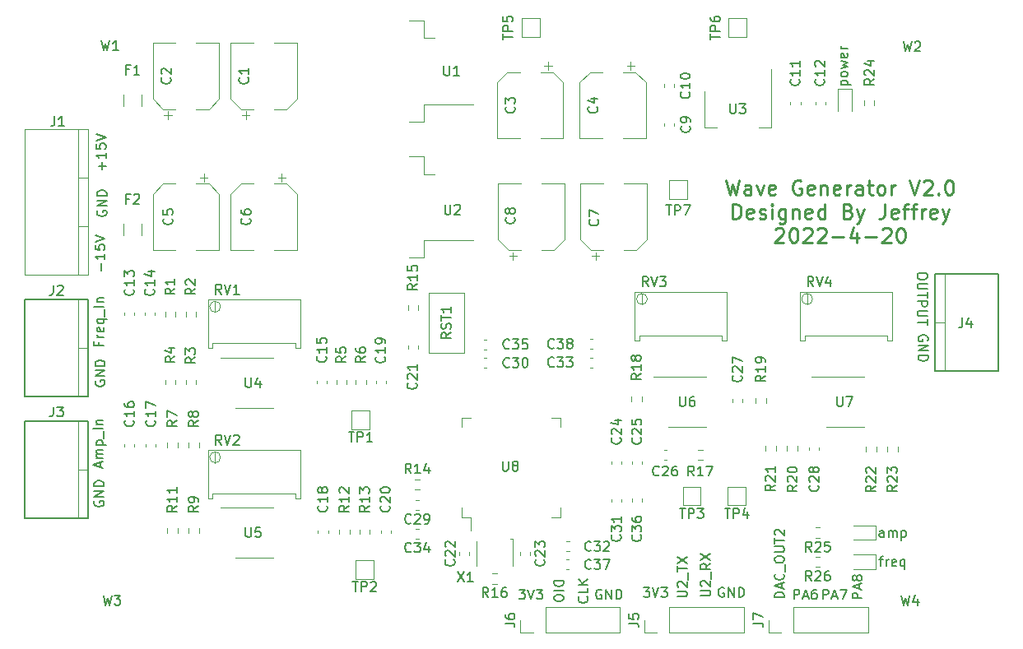
<source format=gbr>
%TF.GenerationSoftware,KiCad,Pcbnew,(6.0.2)*%
%TF.CreationDate,2022-04-24T20:48:30+08:00*%
%TF.ProjectId,wave_generator,77617665-5f67-4656-9e65-7261746f722e,rev?*%
%TF.SameCoordinates,Original*%
%TF.FileFunction,Legend,Top*%
%TF.FilePolarity,Positive*%
%FSLAX46Y46*%
G04 Gerber Fmt 4.6, Leading zero omitted, Abs format (unit mm)*
G04 Created by KiCad (PCBNEW (6.0.2)) date 2022-04-24 20:48:30*
%MOMM*%
%LPD*%
G01*
G04 APERTURE LIST*
%ADD10C,0.150000*%
%ADD11C,0.254000*%
%ADD12C,0.120000*%
G04 APERTURE END LIST*
D10*
X186052390Y-125766671D02*
X185052390Y-125766671D01*
X185052390Y-125385719D01*
X185100010Y-125290481D01*
X185147629Y-125242862D01*
X185242867Y-125195243D01*
X185385724Y-125195243D01*
X185480962Y-125242862D01*
X185528581Y-125290481D01*
X185576200Y-125385719D01*
X185576200Y-125766671D01*
X185766676Y-124814290D02*
X185766676Y-124338100D01*
X186052390Y-124909528D02*
X185052390Y-124576195D01*
X186052390Y-124242862D01*
X185480962Y-123766671D02*
X185433343Y-123861909D01*
X185385724Y-123909528D01*
X185290486Y-123957147D01*
X185242867Y-123957147D01*
X185147629Y-123909528D01*
X185100010Y-123861909D01*
X185052390Y-123766671D01*
X185052390Y-123576195D01*
X185100010Y-123480957D01*
X185147629Y-123433338D01*
X185242867Y-123385719D01*
X185290486Y-123385719D01*
X185385724Y-123433338D01*
X185433343Y-123480957D01*
X185480962Y-123576195D01*
X185480962Y-123766671D01*
X185528581Y-123861909D01*
X185576200Y-123909528D01*
X185671438Y-123957147D01*
X185861914Y-123957147D01*
X185957152Y-123909528D01*
X186004771Y-123861909D01*
X186052390Y-123766671D01*
X186052390Y-123576195D01*
X186004771Y-123480957D01*
X185957152Y-123433338D01*
X185861914Y-123385719D01*
X185671438Y-123385719D01*
X185576200Y-123433338D01*
X185528581Y-123480957D01*
X185480962Y-123576195D01*
X107666666Y-112228571D02*
X107666666Y-111752380D01*
X107952380Y-112323809D02*
X106952380Y-111990476D01*
X107952380Y-111657142D01*
X107952380Y-111323809D02*
X107285714Y-111323809D01*
X107380952Y-111323809D02*
X107333333Y-111276190D01*
X107285714Y-111180952D01*
X107285714Y-111038095D01*
X107333333Y-110942857D01*
X107428571Y-110895238D01*
X107952380Y-110895238D01*
X107428571Y-110895238D02*
X107333333Y-110847619D01*
X107285714Y-110752380D01*
X107285714Y-110609523D01*
X107333333Y-110514285D01*
X107428571Y-110466666D01*
X107952380Y-110466666D01*
X107285714Y-109990476D02*
X108285714Y-109990476D01*
X107333333Y-109990476D02*
X107285714Y-109895238D01*
X107285714Y-109704761D01*
X107333333Y-109609523D01*
X107380952Y-109561904D01*
X107476190Y-109514285D01*
X107761904Y-109514285D01*
X107857142Y-109561904D01*
X107904761Y-109609523D01*
X107952380Y-109704761D01*
X107952380Y-109895238D01*
X107904761Y-109990476D01*
X108047619Y-109323809D02*
X108047619Y-108561904D01*
X107952380Y-108323809D02*
X106952380Y-108323809D01*
X107285714Y-107847619D02*
X107952380Y-107847619D01*
X107380952Y-107847619D02*
X107333333Y-107800000D01*
X107285714Y-107704761D01*
X107285714Y-107561904D01*
X107333333Y-107466666D01*
X107428571Y-107419047D01*
X107952380Y-107419047D01*
X167052380Y-125600000D02*
X167861904Y-125600000D01*
X167957142Y-125552380D01*
X168004761Y-125504761D01*
X168052380Y-125409523D01*
X168052380Y-125219047D01*
X168004761Y-125123809D01*
X167957142Y-125076190D01*
X167861904Y-125028571D01*
X167052380Y-125028571D01*
X167147619Y-124600000D02*
X167100000Y-124552380D01*
X167052380Y-124457142D01*
X167052380Y-124219047D01*
X167100000Y-124123809D01*
X167147619Y-124076190D01*
X167242857Y-124028571D01*
X167338095Y-124028571D01*
X167480952Y-124076190D01*
X168052380Y-124647619D01*
X168052380Y-124028571D01*
X168147619Y-123838095D02*
X168147619Y-123076190D01*
X167052380Y-122980952D02*
X167052380Y-122409523D01*
X168052380Y-122695238D02*
X167052380Y-122695238D01*
X167052380Y-122171428D02*
X168052380Y-121504761D01*
X167052380Y-121504761D02*
X168052380Y-122171428D01*
X179033333Y-125852380D02*
X179033333Y-124852380D01*
X179414285Y-124852380D01*
X179509523Y-124900000D01*
X179557142Y-124947619D01*
X179604761Y-125042857D01*
X179604761Y-125185714D01*
X179557142Y-125280952D01*
X179509523Y-125328571D01*
X179414285Y-125376190D01*
X179033333Y-125376190D01*
X179985714Y-125566666D02*
X180461904Y-125566666D01*
X179890476Y-125852380D02*
X180223809Y-124852380D01*
X180557142Y-125852380D01*
X181319047Y-124852380D02*
X181128571Y-124852380D01*
X181033333Y-124900000D01*
X180985714Y-124947619D01*
X180890476Y-125090476D01*
X180842857Y-125280952D01*
X180842857Y-125661904D01*
X180890476Y-125757142D01*
X180938095Y-125804761D01*
X181033333Y-125852380D01*
X181223809Y-125852380D01*
X181319047Y-125804761D01*
X181366666Y-125757142D01*
X181414285Y-125661904D01*
X181414285Y-125423809D01*
X181366666Y-125328571D01*
X181319047Y-125280952D01*
X181223809Y-125233333D01*
X181033333Y-125233333D01*
X180938095Y-125280952D01*
X180890476Y-125328571D01*
X180842857Y-125423809D01*
X150761904Y-124852380D02*
X151380952Y-124852380D01*
X151047619Y-125233333D01*
X151190476Y-125233333D01*
X151285714Y-125280952D01*
X151333333Y-125328571D01*
X151380952Y-125423809D01*
X151380952Y-125661904D01*
X151333333Y-125757142D01*
X151285714Y-125804761D01*
X151190476Y-125852380D01*
X150904761Y-125852380D01*
X150809523Y-125804761D01*
X150761904Y-125757142D01*
X151666666Y-124852380D02*
X152000000Y-125852380D01*
X152333333Y-124852380D01*
X152571428Y-124852380D02*
X153190476Y-124852380D01*
X152857142Y-125233333D01*
X153000000Y-125233333D01*
X153095238Y-125280952D01*
X153142857Y-125328571D01*
X153190476Y-125423809D01*
X153190476Y-125661904D01*
X153142857Y-125757142D01*
X153095238Y-125804761D01*
X153000000Y-125852380D01*
X152714285Y-125852380D01*
X152619047Y-125804761D01*
X152571428Y-125757142D01*
X169452370Y-125519054D02*
X170261894Y-125519054D01*
X170357132Y-125471435D01*
X170404751Y-125423816D01*
X170452370Y-125328578D01*
X170452370Y-125138102D01*
X170404751Y-125042864D01*
X170357132Y-124995245D01*
X170261894Y-124947626D01*
X169452370Y-124947626D01*
X169547609Y-124519054D02*
X169499990Y-124471435D01*
X169452370Y-124376197D01*
X169452370Y-124138102D01*
X169499990Y-124042864D01*
X169547609Y-123995245D01*
X169642847Y-123947626D01*
X169738085Y-123947626D01*
X169880942Y-123995245D01*
X170452370Y-124566673D01*
X170452370Y-123947626D01*
X170547609Y-123757149D02*
X170547609Y-122995245D01*
X170452370Y-122185721D02*
X169976180Y-122519054D01*
X170452370Y-122757149D02*
X169452370Y-122757149D01*
X169452370Y-122376197D01*
X169499990Y-122280959D01*
X169547609Y-122233340D01*
X169642847Y-122185721D01*
X169785704Y-122185721D01*
X169880942Y-122233340D01*
X169928561Y-122280959D01*
X169976180Y-122376197D01*
X169976180Y-122757149D01*
X169452370Y-121852387D02*
X170452370Y-121185721D01*
X169452370Y-121185721D02*
X170452370Y-121852387D01*
X107100000Y-115761904D02*
X107052380Y-115857142D01*
X107052380Y-116000000D01*
X107100000Y-116142857D01*
X107195238Y-116238095D01*
X107290476Y-116285714D01*
X107480952Y-116333333D01*
X107623809Y-116333333D01*
X107814285Y-116285714D01*
X107909523Y-116238095D01*
X108004761Y-116142857D01*
X108052380Y-116000000D01*
X108052380Y-115904761D01*
X108004761Y-115761904D01*
X107957142Y-115714285D01*
X107623809Y-115714285D01*
X107623809Y-115904761D01*
X108052380Y-115285714D02*
X107052380Y-115285714D01*
X108052380Y-114714285D01*
X107052380Y-114714285D01*
X108052380Y-114238095D02*
X107052380Y-114238095D01*
X107052380Y-114000000D01*
X107100000Y-113857142D01*
X107195238Y-113761904D01*
X107290476Y-113714285D01*
X107480952Y-113666666D01*
X107623809Y-113666666D01*
X107814285Y-113714285D01*
X107909523Y-113761904D01*
X108004761Y-113857142D01*
X108052380Y-114000000D01*
X108052380Y-114238095D01*
X178052380Y-125676190D02*
X177052380Y-125676190D01*
X177052380Y-125438095D01*
X177100000Y-125295238D01*
X177195238Y-125200000D01*
X177290476Y-125152380D01*
X177480952Y-125104761D01*
X177623809Y-125104761D01*
X177814285Y-125152380D01*
X177909523Y-125200000D01*
X178004761Y-125295238D01*
X178052380Y-125438095D01*
X178052380Y-125676190D01*
X177766666Y-124723809D02*
X177766666Y-124247619D01*
X178052380Y-124819047D02*
X177052380Y-124485714D01*
X178052380Y-124152380D01*
X177957142Y-123247619D02*
X178004761Y-123295238D01*
X178052380Y-123438095D01*
X178052380Y-123533333D01*
X178004761Y-123676190D01*
X177909523Y-123771428D01*
X177814285Y-123819047D01*
X177623809Y-123866666D01*
X177480952Y-123866666D01*
X177290476Y-123819047D01*
X177195238Y-123771428D01*
X177100000Y-123676190D01*
X177052380Y-123533333D01*
X177052380Y-123438095D01*
X177100000Y-123295238D01*
X177147619Y-123247619D01*
X178147619Y-123057142D02*
X178147619Y-122295238D01*
X177052380Y-121866666D02*
X177052380Y-121676190D01*
X177100000Y-121580952D01*
X177195238Y-121485714D01*
X177385714Y-121438095D01*
X177719047Y-121438095D01*
X177909523Y-121485714D01*
X178004761Y-121580952D01*
X178052380Y-121676190D01*
X178052380Y-121866666D01*
X178004761Y-121961904D01*
X177909523Y-122057142D01*
X177719047Y-122104761D01*
X177385714Y-122104761D01*
X177195238Y-122057142D01*
X177100000Y-121961904D01*
X177052380Y-121866666D01*
X177052380Y-121009523D02*
X177861904Y-121009523D01*
X177957142Y-120961904D01*
X178004761Y-120914285D01*
X178052380Y-120819047D01*
X178052380Y-120628571D01*
X178004761Y-120533333D01*
X177957142Y-120485714D01*
X177861904Y-120438095D01*
X177052380Y-120438095D01*
X177052380Y-120104761D02*
X177052380Y-119533333D01*
X178052380Y-119819047D02*
X177052380Y-119819047D01*
X177147619Y-119247619D02*
X177100000Y-119200000D01*
X177052380Y-119104761D01*
X177052380Y-118866666D01*
X177100000Y-118771428D01*
X177147619Y-118723809D01*
X177242857Y-118676190D01*
X177338095Y-118676190D01*
X177480952Y-118723809D01*
X178052380Y-119295238D01*
X178052380Y-118676190D01*
X157757142Y-125595238D02*
X157804761Y-125642857D01*
X157852380Y-125785714D01*
X157852380Y-125880952D01*
X157804761Y-126023809D01*
X157709523Y-126119047D01*
X157614285Y-126166666D01*
X157423809Y-126214285D01*
X157280952Y-126214285D01*
X157090476Y-126166666D01*
X156995238Y-126119047D01*
X156900000Y-126023809D01*
X156852380Y-125880952D01*
X156852380Y-125785714D01*
X156900000Y-125642857D01*
X156947619Y-125595238D01*
X157852380Y-124690476D02*
X157852380Y-125166666D01*
X156852380Y-125166666D01*
X157852380Y-124357142D02*
X156852380Y-124357142D01*
X157852380Y-123785714D02*
X157280952Y-124214285D01*
X156852380Y-123785714D02*
X157423809Y-124357142D01*
X192800000Y-99238095D02*
X192847619Y-99142857D01*
X192847619Y-99000000D01*
X192800000Y-98857142D01*
X192704761Y-98761904D01*
X192609523Y-98714285D01*
X192419047Y-98666666D01*
X192276190Y-98666666D01*
X192085714Y-98714285D01*
X191990476Y-98761904D01*
X191895238Y-98857142D01*
X191847619Y-99000000D01*
X191847619Y-99095238D01*
X191895238Y-99238095D01*
X191942857Y-99285714D01*
X192276190Y-99285714D01*
X192276190Y-99095238D01*
X191847619Y-99714285D02*
X192847619Y-99714285D01*
X191847619Y-100285714D01*
X192847619Y-100285714D01*
X191847619Y-100761904D02*
X192847619Y-100761904D01*
X192847619Y-101000000D01*
X192800000Y-101142857D01*
X192704761Y-101238095D01*
X192609523Y-101285714D01*
X192419047Y-101333333D01*
X192276190Y-101333333D01*
X192085714Y-101285714D01*
X191990476Y-101238095D01*
X191895238Y-101142857D01*
X191847619Y-101000000D01*
X191847619Y-100761904D01*
X159238095Y-124900000D02*
X159142857Y-124852380D01*
X159000000Y-124852380D01*
X158857142Y-124900000D01*
X158761904Y-124995238D01*
X158714285Y-125090476D01*
X158666666Y-125280952D01*
X158666666Y-125423809D01*
X158714285Y-125614285D01*
X158761904Y-125709523D01*
X158857142Y-125804761D01*
X159000000Y-125852380D01*
X159095238Y-125852380D01*
X159238095Y-125804761D01*
X159285714Y-125757142D01*
X159285714Y-125423809D01*
X159095238Y-125423809D01*
X159714285Y-125852380D02*
X159714285Y-124852380D01*
X160285714Y-125852380D01*
X160285714Y-124852380D01*
X160761904Y-125852380D02*
X160761904Y-124852380D01*
X161000000Y-124852380D01*
X161142857Y-124900000D01*
X161238095Y-124995238D01*
X161285714Y-125090476D01*
X161333333Y-125280952D01*
X161333333Y-125423809D01*
X161285714Y-125614285D01*
X161238095Y-125709523D01*
X161142857Y-125804761D01*
X161000000Y-125852380D01*
X160761904Y-125852380D01*
D11*
X172079702Y-82711794D02*
X172442559Y-84235794D01*
X172732845Y-83147223D01*
X173023130Y-84235794D01*
X173385988Y-82711794D01*
X174619702Y-84235794D02*
X174619702Y-83437508D01*
X174547130Y-83292366D01*
X174401988Y-83219794D01*
X174111702Y-83219794D01*
X173966559Y-83292366D01*
X174619702Y-84163223D02*
X174474559Y-84235794D01*
X174111702Y-84235794D01*
X173966559Y-84163223D01*
X173893988Y-84018080D01*
X173893988Y-83872937D01*
X173966559Y-83727794D01*
X174111702Y-83655223D01*
X174474559Y-83655223D01*
X174619702Y-83582651D01*
X175200273Y-83219794D02*
X175563130Y-84235794D01*
X175925988Y-83219794D01*
X177087130Y-84163223D02*
X176941988Y-84235794D01*
X176651702Y-84235794D01*
X176506559Y-84163223D01*
X176433988Y-84018080D01*
X176433988Y-83437508D01*
X176506559Y-83292366D01*
X176651702Y-83219794D01*
X176941988Y-83219794D01*
X177087130Y-83292366D01*
X177159702Y-83437508D01*
X177159702Y-83582651D01*
X176433988Y-83727794D01*
X179772273Y-82784366D02*
X179627130Y-82711794D01*
X179409416Y-82711794D01*
X179191702Y-82784366D01*
X179046559Y-82929508D01*
X178973988Y-83074651D01*
X178901416Y-83364937D01*
X178901416Y-83582651D01*
X178973988Y-83872937D01*
X179046559Y-84018080D01*
X179191702Y-84163223D01*
X179409416Y-84235794D01*
X179554559Y-84235794D01*
X179772273Y-84163223D01*
X179844845Y-84090651D01*
X179844845Y-83582651D01*
X179554559Y-83582651D01*
X181078559Y-84163223D02*
X180933416Y-84235794D01*
X180643130Y-84235794D01*
X180497988Y-84163223D01*
X180425416Y-84018080D01*
X180425416Y-83437508D01*
X180497988Y-83292366D01*
X180643130Y-83219794D01*
X180933416Y-83219794D01*
X181078559Y-83292366D01*
X181151130Y-83437508D01*
X181151130Y-83582651D01*
X180425416Y-83727794D01*
X181804273Y-83219794D02*
X181804273Y-84235794D01*
X181804273Y-83364937D02*
X181876845Y-83292366D01*
X182021988Y-83219794D01*
X182239702Y-83219794D01*
X182384845Y-83292366D01*
X182457416Y-83437508D01*
X182457416Y-84235794D01*
X183763702Y-84163223D02*
X183618559Y-84235794D01*
X183328273Y-84235794D01*
X183183130Y-84163223D01*
X183110559Y-84018080D01*
X183110559Y-83437508D01*
X183183130Y-83292366D01*
X183328273Y-83219794D01*
X183618559Y-83219794D01*
X183763702Y-83292366D01*
X183836273Y-83437508D01*
X183836273Y-83582651D01*
X183110559Y-83727794D01*
X184489416Y-84235794D02*
X184489416Y-83219794D01*
X184489416Y-83510080D02*
X184561988Y-83364937D01*
X184634559Y-83292366D01*
X184779702Y-83219794D01*
X184924845Y-83219794D01*
X186085988Y-84235794D02*
X186085988Y-83437508D01*
X186013416Y-83292366D01*
X185868273Y-83219794D01*
X185577988Y-83219794D01*
X185432845Y-83292366D01*
X186085988Y-84163223D02*
X185940845Y-84235794D01*
X185577988Y-84235794D01*
X185432845Y-84163223D01*
X185360273Y-84018080D01*
X185360273Y-83872937D01*
X185432845Y-83727794D01*
X185577988Y-83655223D01*
X185940845Y-83655223D01*
X186085988Y-83582651D01*
X186593988Y-83219794D02*
X187174559Y-83219794D01*
X186811702Y-82711794D02*
X186811702Y-84018080D01*
X186884273Y-84163223D01*
X187029416Y-84235794D01*
X187174559Y-84235794D01*
X187900273Y-84235794D02*
X187755130Y-84163223D01*
X187682559Y-84090651D01*
X187609988Y-83945508D01*
X187609988Y-83510080D01*
X187682559Y-83364937D01*
X187755130Y-83292366D01*
X187900273Y-83219794D01*
X188117988Y-83219794D01*
X188263130Y-83292366D01*
X188335702Y-83364937D01*
X188408273Y-83510080D01*
X188408273Y-83945508D01*
X188335702Y-84090651D01*
X188263130Y-84163223D01*
X188117988Y-84235794D01*
X187900273Y-84235794D01*
X189061416Y-84235794D02*
X189061416Y-83219794D01*
X189061416Y-83510080D02*
X189133988Y-83364937D01*
X189206559Y-83292366D01*
X189351702Y-83219794D01*
X189496845Y-83219794D01*
X190948273Y-82711794D02*
X191456273Y-84235794D01*
X191964273Y-82711794D01*
X192399702Y-82856937D02*
X192472273Y-82784366D01*
X192617416Y-82711794D01*
X192980273Y-82711794D01*
X193125416Y-82784366D01*
X193197988Y-82856937D01*
X193270559Y-83002080D01*
X193270559Y-83147223D01*
X193197988Y-83364937D01*
X192327130Y-84235794D01*
X193270559Y-84235794D01*
X193923702Y-84090651D02*
X193996273Y-84163223D01*
X193923702Y-84235794D01*
X193851130Y-84163223D01*
X193923702Y-84090651D01*
X193923702Y-84235794D01*
X194939702Y-82711794D02*
X195084845Y-82711794D01*
X195229988Y-82784366D01*
X195302559Y-82856937D01*
X195375130Y-83002080D01*
X195447702Y-83292366D01*
X195447702Y-83655223D01*
X195375130Y-83945508D01*
X195302559Y-84090651D01*
X195229988Y-84163223D01*
X195084845Y-84235794D01*
X194939702Y-84235794D01*
X194794559Y-84163223D01*
X194721988Y-84090651D01*
X194649416Y-83945508D01*
X194576845Y-83655223D01*
X194576845Y-83292366D01*
X194649416Y-83002080D01*
X194721988Y-82856937D01*
X194794559Y-82784366D01*
X194939702Y-82711794D01*
X172732845Y-86689434D02*
X172732845Y-85165434D01*
X173095702Y-85165434D01*
X173313416Y-85238006D01*
X173458559Y-85383148D01*
X173531130Y-85528291D01*
X173603702Y-85818577D01*
X173603702Y-86036291D01*
X173531130Y-86326577D01*
X173458559Y-86471720D01*
X173313416Y-86616863D01*
X173095702Y-86689434D01*
X172732845Y-86689434D01*
X174837416Y-86616863D02*
X174692273Y-86689434D01*
X174401988Y-86689434D01*
X174256845Y-86616863D01*
X174184273Y-86471720D01*
X174184273Y-85891148D01*
X174256845Y-85746006D01*
X174401988Y-85673434D01*
X174692273Y-85673434D01*
X174837416Y-85746006D01*
X174909988Y-85891148D01*
X174909988Y-86036291D01*
X174184273Y-86181434D01*
X175490559Y-86616863D02*
X175635702Y-86689434D01*
X175925988Y-86689434D01*
X176071130Y-86616863D01*
X176143702Y-86471720D01*
X176143702Y-86399148D01*
X176071130Y-86254006D01*
X175925988Y-86181434D01*
X175708273Y-86181434D01*
X175563130Y-86108863D01*
X175490559Y-85963720D01*
X175490559Y-85891148D01*
X175563130Y-85746006D01*
X175708273Y-85673434D01*
X175925988Y-85673434D01*
X176071130Y-85746006D01*
X176796845Y-86689434D02*
X176796845Y-85673434D01*
X176796845Y-85165434D02*
X176724273Y-85238006D01*
X176796845Y-85310577D01*
X176869416Y-85238006D01*
X176796845Y-85165434D01*
X176796845Y-85310577D01*
X178175702Y-85673434D02*
X178175702Y-86907148D01*
X178103130Y-87052291D01*
X178030559Y-87124863D01*
X177885416Y-87197434D01*
X177667702Y-87197434D01*
X177522559Y-87124863D01*
X178175702Y-86616863D02*
X178030559Y-86689434D01*
X177740273Y-86689434D01*
X177595130Y-86616863D01*
X177522559Y-86544291D01*
X177449988Y-86399148D01*
X177449988Y-85963720D01*
X177522559Y-85818577D01*
X177595130Y-85746006D01*
X177740273Y-85673434D01*
X178030559Y-85673434D01*
X178175702Y-85746006D01*
X178901416Y-85673434D02*
X178901416Y-86689434D01*
X178901416Y-85818577D02*
X178973988Y-85746006D01*
X179119130Y-85673434D01*
X179336845Y-85673434D01*
X179481988Y-85746006D01*
X179554559Y-85891148D01*
X179554559Y-86689434D01*
X180860845Y-86616863D02*
X180715702Y-86689434D01*
X180425416Y-86689434D01*
X180280273Y-86616863D01*
X180207702Y-86471720D01*
X180207702Y-85891148D01*
X180280273Y-85746006D01*
X180425416Y-85673434D01*
X180715702Y-85673434D01*
X180860845Y-85746006D01*
X180933416Y-85891148D01*
X180933416Y-86036291D01*
X180207702Y-86181434D01*
X182239702Y-86689434D02*
X182239702Y-85165434D01*
X182239702Y-86616863D02*
X182094559Y-86689434D01*
X181804273Y-86689434D01*
X181659130Y-86616863D01*
X181586559Y-86544291D01*
X181513988Y-86399148D01*
X181513988Y-85963720D01*
X181586559Y-85818577D01*
X181659130Y-85746006D01*
X181804273Y-85673434D01*
X182094559Y-85673434D01*
X182239702Y-85746006D01*
X184634559Y-85891148D02*
X184852273Y-85963720D01*
X184924845Y-86036291D01*
X184997416Y-86181434D01*
X184997416Y-86399148D01*
X184924845Y-86544291D01*
X184852273Y-86616863D01*
X184707130Y-86689434D01*
X184126559Y-86689434D01*
X184126559Y-85165434D01*
X184634559Y-85165434D01*
X184779702Y-85238006D01*
X184852273Y-85310577D01*
X184924845Y-85455720D01*
X184924845Y-85600863D01*
X184852273Y-85746006D01*
X184779702Y-85818577D01*
X184634559Y-85891148D01*
X184126559Y-85891148D01*
X185505416Y-85673434D02*
X185868273Y-86689434D01*
X186231130Y-85673434D02*
X185868273Y-86689434D01*
X185723130Y-87052291D01*
X185650559Y-87124863D01*
X185505416Y-87197434D01*
X188408273Y-85165434D02*
X188408273Y-86254006D01*
X188335702Y-86471720D01*
X188190559Y-86616863D01*
X187972845Y-86689434D01*
X187827702Y-86689434D01*
X189714559Y-86616863D02*
X189569416Y-86689434D01*
X189279130Y-86689434D01*
X189133988Y-86616863D01*
X189061416Y-86471720D01*
X189061416Y-85891148D01*
X189133988Y-85746006D01*
X189279130Y-85673434D01*
X189569416Y-85673434D01*
X189714559Y-85746006D01*
X189787130Y-85891148D01*
X189787130Y-86036291D01*
X189061416Y-86181434D01*
X190222559Y-85673434D02*
X190803130Y-85673434D01*
X190440273Y-86689434D02*
X190440273Y-85383148D01*
X190512845Y-85238006D01*
X190657988Y-85165434D01*
X190803130Y-85165434D01*
X191093416Y-85673434D02*
X191673988Y-85673434D01*
X191311130Y-86689434D02*
X191311130Y-85383148D01*
X191383702Y-85238006D01*
X191528845Y-85165434D01*
X191673988Y-85165434D01*
X192181988Y-86689434D02*
X192181988Y-85673434D01*
X192181988Y-85963720D02*
X192254559Y-85818577D01*
X192327130Y-85746006D01*
X192472273Y-85673434D01*
X192617416Y-85673434D01*
X193705988Y-86616863D02*
X193560845Y-86689434D01*
X193270559Y-86689434D01*
X193125416Y-86616863D01*
X193052845Y-86471720D01*
X193052845Y-85891148D01*
X193125416Y-85746006D01*
X193270559Y-85673434D01*
X193560845Y-85673434D01*
X193705988Y-85746006D01*
X193778559Y-85891148D01*
X193778559Y-86036291D01*
X193052845Y-86181434D01*
X194286559Y-85673434D02*
X194649416Y-86689434D01*
X195012273Y-85673434D02*
X194649416Y-86689434D01*
X194504273Y-87052291D01*
X194431702Y-87124863D01*
X194286559Y-87197434D01*
X177123416Y-87764217D02*
X177195988Y-87691646D01*
X177341130Y-87619074D01*
X177703988Y-87619074D01*
X177849130Y-87691646D01*
X177921702Y-87764217D01*
X177994273Y-87909360D01*
X177994273Y-88054503D01*
X177921702Y-88272217D01*
X177050845Y-89143074D01*
X177994273Y-89143074D01*
X178937702Y-87619074D02*
X179082845Y-87619074D01*
X179227988Y-87691646D01*
X179300559Y-87764217D01*
X179373130Y-87909360D01*
X179445702Y-88199646D01*
X179445702Y-88562503D01*
X179373130Y-88852788D01*
X179300559Y-88997931D01*
X179227988Y-89070503D01*
X179082845Y-89143074D01*
X178937702Y-89143074D01*
X178792559Y-89070503D01*
X178719988Y-88997931D01*
X178647416Y-88852788D01*
X178574845Y-88562503D01*
X178574845Y-88199646D01*
X178647416Y-87909360D01*
X178719988Y-87764217D01*
X178792559Y-87691646D01*
X178937702Y-87619074D01*
X180026273Y-87764217D02*
X180098845Y-87691646D01*
X180243988Y-87619074D01*
X180606845Y-87619074D01*
X180751988Y-87691646D01*
X180824559Y-87764217D01*
X180897130Y-87909360D01*
X180897130Y-88054503D01*
X180824559Y-88272217D01*
X179953702Y-89143074D01*
X180897130Y-89143074D01*
X181477702Y-87764217D02*
X181550273Y-87691646D01*
X181695416Y-87619074D01*
X182058273Y-87619074D01*
X182203416Y-87691646D01*
X182275988Y-87764217D01*
X182348559Y-87909360D01*
X182348559Y-88054503D01*
X182275988Y-88272217D01*
X181405130Y-89143074D01*
X182348559Y-89143074D01*
X183001702Y-88562503D02*
X184162845Y-88562503D01*
X185541702Y-88127074D02*
X185541702Y-89143074D01*
X185178845Y-87546503D02*
X184815988Y-88635074D01*
X185759416Y-88635074D01*
X186339988Y-88562503D02*
X187501130Y-88562503D01*
X188154273Y-87764217D02*
X188226845Y-87691646D01*
X188371988Y-87619074D01*
X188734845Y-87619074D01*
X188879988Y-87691646D01*
X188952559Y-87764217D01*
X189025130Y-87909360D01*
X189025130Y-88054503D01*
X188952559Y-88272217D01*
X188081702Y-89143074D01*
X189025130Y-89143074D01*
X189968559Y-87619074D02*
X190113702Y-87619074D01*
X190258845Y-87691646D01*
X190331416Y-87764217D01*
X190403988Y-87909360D01*
X190476559Y-88199646D01*
X190476559Y-88562503D01*
X190403988Y-88852788D01*
X190331416Y-88997931D01*
X190258845Y-89070503D01*
X190113702Y-89143074D01*
X189968559Y-89143074D01*
X189823416Y-89070503D01*
X189750845Y-88997931D01*
X189678273Y-88852788D01*
X189605702Y-88562503D01*
X189605702Y-88199646D01*
X189678273Y-87909360D01*
X189750845Y-87764217D01*
X189823416Y-87691646D01*
X189968559Y-87619074D01*
D10*
X107528571Y-99419047D02*
X107528571Y-99752380D01*
X108052380Y-99752380D02*
X107052380Y-99752380D01*
X107052380Y-99276190D01*
X108052380Y-98895238D02*
X107385714Y-98895238D01*
X107576190Y-98895238D02*
X107480952Y-98847619D01*
X107433333Y-98800000D01*
X107385714Y-98704761D01*
X107385714Y-98609523D01*
X108004761Y-97895238D02*
X108052380Y-97990476D01*
X108052380Y-98180952D01*
X108004761Y-98276190D01*
X107909523Y-98323809D01*
X107528571Y-98323809D01*
X107433333Y-98276190D01*
X107385714Y-98180952D01*
X107385714Y-97990476D01*
X107433333Y-97895238D01*
X107528571Y-97847619D01*
X107623809Y-97847619D01*
X107719047Y-98323809D01*
X107385714Y-96990476D02*
X108385714Y-96990476D01*
X108004761Y-96990476D02*
X108052380Y-97085714D01*
X108052380Y-97276190D01*
X108004761Y-97371428D01*
X107957142Y-97419047D01*
X107861904Y-97466666D01*
X107576190Y-97466666D01*
X107480952Y-97419047D01*
X107433333Y-97371428D01*
X107385714Y-97276190D01*
X107385714Y-97085714D01*
X107433333Y-96990476D01*
X108147619Y-96752380D02*
X108147619Y-95990476D01*
X108052380Y-95752380D02*
X107052380Y-95752380D01*
X107385714Y-95276190D02*
X108052380Y-95276190D01*
X107480952Y-95276190D02*
X107433333Y-95228571D01*
X107385714Y-95133333D01*
X107385714Y-94990476D01*
X107433333Y-94895238D01*
X107528571Y-94847619D01*
X108052380Y-94847619D01*
X154347619Y-123976190D02*
X155347619Y-123976190D01*
X155347619Y-124214285D01*
X155300000Y-124357142D01*
X155204761Y-124452380D01*
X155109523Y-124500000D01*
X154919047Y-124547619D01*
X154776190Y-124547619D01*
X154585714Y-124500000D01*
X154490476Y-124452380D01*
X154395238Y-124357142D01*
X154347619Y-124214285D01*
X154347619Y-123976190D01*
X154347619Y-124976190D02*
X155347619Y-124976190D01*
X155347619Y-125642857D02*
X155347619Y-125833333D01*
X155300000Y-125928571D01*
X155204761Y-126023809D01*
X155014285Y-126071428D01*
X154680952Y-126071428D01*
X154490476Y-126023809D01*
X154395238Y-125928571D01*
X154347619Y-125833333D01*
X154347619Y-125642857D01*
X154395238Y-125547619D01*
X154490476Y-125452380D01*
X154680952Y-125404761D01*
X155014285Y-125404761D01*
X155204761Y-125452380D01*
X155300000Y-125547619D01*
X155347619Y-125642857D01*
X171838095Y-124700000D02*
X171742857Y-124652380D01*
X171600000Y-124652380D01*
X171457142Y-124700000D01*
X171361904Y-124795238D01*
X171314285Y-124890476D01*
X171266666Y-125080952D01*
X171266666Y-125223809D01*
X171314285Y-125414285D01*
X171361904Y-125509523D01*
X171457142Y-125604761D01*
X171600000Y-125652380D01*
X171695238Y-125652380D01*
X171838095Y-125604761D01*
X171885714Y-125557142D01*
X171885714Y-125223809D01*
X171695238Y-125223809D01*
X172314285Y-125652380D02*
X172314285Y-124652380D01*
X172885714Y-125652380D01*
X172885714Y-124652380D01*
X173361904Y-125652380D02*
X173361904Y-124652380D01*
X173600000Y-124652380D01*
X173742857Y-124700000D01*
X173838095Y-124795238D01*
X173885714Y-124890476D01*
X173933333Y-125080952D01*
X173933333Y-125223809D01*
X173885714Y-125414285D01*
X173838095Y-125509523D01*
X173742857Y-125604761D01*
X173600000Y-125652380D01*
X173361904Y-125652380D01*
X163561904Y-124652380D02*
X164180952Y-124652380D01*
X163847619Y-125033333D01*
X163990476Y-125033333D01*
X164085714Y-125080952D01*
X164133333Y-125128571D01*
X164180952Y-125223809D01*
X164180952Y-125461904D01*
X164133333Y-125557142D01*
X164085714Y-125604761D01*
X163990476Y-125652380D01*
X163704761Y-125652380D01*
X163609523Y-125604761D01*
X163561904Y-125557142D01*
X164466666Y-124652380D02*
X164800000Y-125652380D01*
X165133333Y-124652380D01*
X165371428Y-124652380D02*
X165990476Y-124652380D01*
X165657142Y-125033333D01*
X165800000Y-125033333D01*
X165895238Y-125080952D01*
X165942857Y-125128571D01*
X165990476Y-125223809D01*
X165990476Y-125461904D01*
X165942857Y-125557142D01*
X165895238Y-125604761D01*
X165800000Y-125652380D01*
X165514285Y-125652380D01*
X165419047Y-125604761D01*
X165371428Y-125557142D01*
X182033322Y-125852383D02*
X182033322Y-124852383D01*
X182414274Y-124852383D01*
X182509512Y-124900003D01*
X182557131Y-124947622D01*
X182604750Y-125042860D01*
X182604750Y-125185717D01*
X182557131Y-125280955D01*
X182509512Y-125328574D01*
X182414274Y-125376193D01*
X182033322Y-125376193D01*
X182985703Y-125566669D02*
X183461893Y-125566669D01*
X182890465Y-125852383D02*
X183223798Y-124852383D01*
X183557131Y-125852383D01*
X183795227Y-124852383D02*
X184461893Y-124852383D01*
X184033322Y-125852383D01*
X107871428Y-81661904D02*
X107871428Y-80900000D01*
X108252380Y-81280952D02*
X107490476Y-81280952D01*
X108252380Y-79900000D02*
X108252380Y-80471428D01*
X108252380Y-80185714D02*
X107252380Y-80185714D01*
X107395238Y-80280952D01*
X107490476Y-80376190D01*
X107538095Y-80471428D01*
X107252380Y-78995238D02*
X107252380Y-79471428D01*
X107728571Y-79519047D01*
X107680952Y-79471428D01*
X107633333Y-79376190D01*
X107633333Y-79138095D01*
X107680952Y-79042857D01*
X107728571Y-78995238D01*
X107823809Y-78947619D01*
X108061904Y-78947619D01*
X108157142Y-78995238D01*
X108204761Y-79042857D01*
X108252380Y-79138095D01*
X108252380Y-79376190D01*
X108204761Y-79471428D01*
X108157142Y-79519047D01*
X107252380Y-78661904D02*
X108252380Y-78328571D01*
X107252380Y-77995238D01*
X107200000Y-103361904D02*
X107152380Y-103457142D01*
X107152380Y-103600000D01*
X107200000Y-103742857D01*
X107295238Y-103838095D01*
X107390476Y-103885714D01*
X107580952Y-103933333D01*
X107723809Y-103933333D01*
X107914285Y-103885714D01*
X108009523Y-103838095D01*
X108104761Y-103742857D01*
X108152380Y-103600000D01*
X108152380Y-103504761D01*
X108104761Y-103361904D01*
X108057142Y-103314285D01*
X107723809Y-103314285D01*
X107723809Y-103504761D01*
X108152380Y-102885714D02*
X107152380Y-102885714D01*
X108152380Y-102314285D01*
X107152380Y-102314285D01*
X108152380Y-101838095D02*
X107152380Y-101838095D01*
X107152380Y-101600000D01*
X107200000Y-101457142D01*
X107295238Y-101361904D01*
X107390476Y-101314285D01*
X107580952Y-101266666D01*
X107723809Y-101266666D01*
X107914285Y-101314285D01*
X108009523Y-101361904D01*
X108104761Y-101457142D01*
X108152380Y-101600000D01*
X108152380Y-101838095D01*
X192747619Y-92495238D02*
X192747619Y-92685714D01*
X192700000Y-92780952D01*
X192604761Y-92876190D01*
X192414285Y-92923809D01*
X192080952Y-92923809D01*
X191890476Y-92876190D01*
X191795238Y-92780952D01*
X191747619Y-92685714D01*
X191747619Y-92495238D01*
X191795238Y-92400000D01*
X191890476Y-92304761D01*
X192080952Y-92257142D01*
X192414285Y-92257142D01*
X192604761Y-92304761D01*
X192700000Y-92400000D01*
X192747619Y-92495238D01*
X192747619Y-93352380D02*
X191938095Y-93352380D01*
X191842857Y-93400000D01*
X191795238Y-93447619D01*
X191747619Y-93542857D01*
X191747619Y-93733333D01*
X191795238Y-93828571D01*
X191842857Y-93876190D01*
X191938095Y-93923809D01*
X192747619Y-93923809D01*
X192747619Y-94257142D02*
X192747619Y-94828571D01*
X191747619Y-94542857D02*
X192747619Y-94542857D01*
X191747619Y-95161904D02*
X192747619Y-95161904D01*
X192747619Y-95542857D01*
X192700000Y-95638095D01*
X192652380Y-95685714D01*
X192557142Y-95733333D01*
X192414285Y-95733333D01*
X192319047Y-95685714D01*
X192271428Y-95638095D01*
X192223809Y-95542857D01*
X192223809Y-95161904D01*
X192747619Y-96161904D02*
X191938095Y-96161904D01*
X191842857Y-96209523D01*
X191795238Y-96257142D01*
X191747619Y-96352380D01*
X191747619Y-96542857D01*
X191795238Y-96638095D01*
X191842857Y-96685714D01*
X191938095Y-96733333D01*
X192747619Y-96733333D01*
X192747619Y-97066666D02*
X192747619Y-97638095D01*
X191747619Y-97352380D02*
X192747619Y-97352380D01*
X107771428Y-92061904D02*
X107771428Y-91300000D01*
X108152380Y-90300000D02*
X108152380Y-90871428D01*
X108152380Y-90585714D02*
X107152380Y-90585714D01*
X107295238Y-90680952D01*
X107390476Y-90776190D01*
X107438095Y-90871428D01*
X107152380Y-89395238D02*
X107152380Y-89871428D01*
X107628571Y-89919047D01*
X107580952Y-89871428D01*
X107533333Y-89776190D01*
X107533333Y-89538095D01*
X107580952Y-89442857D01*
X107628571Y-89395238D01*
X107723809Y-89347619D01*
X107961904Y-89347619D01*
X108057142Y-89395238D01*
X108104761Y-89442857D01*
X108152380Y-89538095D01*
X108152380Y-89776190D01*
X108104761Y-89871428D01*
X108057142Y-89919047D01*
X107152380Y-89061904D02*
X108152380Y-88728571D01*
X107152380Y-88395238D01*
X107400000Y-85861904D02*
X107352380Y-85957142D01*
X107352380Y-86100000D01*
X107400000Y-86242857D01*
X107495238Y-86338095D01*
X107590476Y-86385714D01*
X107780952Y-86433333D01*
X107923809Y-86433333D01*
X108114285Y-86385714D01*
X108209523Y-86338095D01*
X108304761Y-86242857D01*
X108352380Y-86100000D01*
X108352380Y-86004761D01*
X108304761Y-85861904D01*
X108257142Y-85814285D01*
X107923809Y-85814285D01*
X107923809Y-86004761D01*
X108352380Y-85385714D02*
X107352380Y-85385714D01*
X108352380Y-84814285D01*
X107352380Y-84814285D01*
X108352380Y-84338095D02*
X107352380Y-84338095D01*
X107352380Y-84100000D01*
X107400000Y-83957142D01*
X107495238Y-83861904D01*
X107590476Y-83814285D01*
X107780952Y-83766666D01*
X107923809Y-83766666D01*
X108114285Y-83814285D01*
X108209523Y-83861904D01*
X108304761Y-83957142D01*
X108352380Y-84100000D01*
X108352380Y-84338095D01*
%TO.C,C32*%
X158157142Y-120807142D02*
X158109523Y-120854761D01*
X157966666Y-120902380D01*
X157871428Y-120902380D01*
X157728571Y-120854761D01*
X157633333Y-120759523D01*
X157585714Y-120664285D01*
X157538095Y-120473809D01*
X157538095Y-120330952D01*
X157585714Y-120140476D01*
X157633333Y-120045238D01*
X157728571Y-119950000D01*
X157871428Y-119902380D01*
X157966666Y-119902380D01*
X158109523Y-119950000D01*
X158157142Y-119997619D01*
X158490476Y-119902380D02*
X159109523Y-119902380D01*
X158776190Y-120283333D01*
X158919047Y-120283333D01*
X159014285Y-120330952D01*
X159061904Y-120378571D01*
X159109523Y-120473809D01*
X159109523Y-120711904D01*
X159061904Y-120807142D01*
X159014285Y-120854761D01*
X158919047Y-120902380D01*
X158633333Y-120902380D01*
X158538095Y-120854761D01*
X158490476Y-120807142D01*
X159490476Y-119997619D02*
X159538095Y-119950000D01*
X159633333Y-119902380D01*
X159871428Y-119902380D01*
X159966666Y-119950000D01*
X160014285Y-119997619D01*
X160061904Y-120092857D01*
X160061904Y-120188095D01*
X160014285Y-120330952D01*
X159442857Y-120902380D01*
X160061904Y-120902380D01*
%TO.C,U8*%
X149088095Y-111652380D02*
X149088095Y-112461904D01*
X149135714Y-112557142D01*
X149183333Y-112604761D01*
X149278571Y-112652380D01*
X149469047Y-112652380D01*
X149564285Y-112604761D01*
X149611904Y-112557142D01*
X149659523Y-112461904D01*
X149659523Y-111652380D01*
X150278571Y-112080952D02*
X150183333Y-112033333D01*
X150135714Y-111985714D01*
X150088095Y-111890476D01*
X150088095Y-111842857D01*
X150135714Y-111747619D01*
X150183333Y-111700000D01*
X150278571Y-111652380D01*
X150469047Y-111652380D01*
X150564285Y-111700000D01*
X150611904Y-111747619D01*
X150659523Y-111842857D01*
X150659523Y-111890476D01*
X150611904Y-111985714D01*
X150564285Y-112033333D01*
X150469047Y-112080952D01*
X150278571Y-112080952D01*
X150183333Y-112128571D01*
X150135714Y-112176190D01*
X150088095Y-112271428D01*
X150088095Y-112461904D01*
X150135714Y-112557142D01*
X150183333Y-112604761D01*
X150278571Y-112652380D01*
X150469047Y-112652380D01*
X150564285Y-112604761D01*
X150611904Y-112557142D01*
X150659523Y-112461904D01*
X150659523Y-112271428D01*
X150611904Y-112176190D01*
X150564285Y-112128571D01*
X150469047Y-112080952D01*
%TO.C,R11*%
X115552380Y-116242857D02*
X115076190Y-116576190D01*
X115552380Y-116814285D02*
X114552380Y-116814285D01*
X114552380Y-116433333D01*
X114600000Y-116338095D01*
X114647619Y-116290476D01*
X114742857Y-116242857D01*
X114885714Y-116242857D01*
X114980952Y-116290476D01*
X115028571Y-116338095D01*
X115076190Y-116433333D01*
X115076190Y-116814285D01*
X115552380Y-115290476D02*
X115552380Y-115861904D01*
X115552380Y-115576190D02*
X114552380Y-115576190D01*
X114695238Y-115671428D01*
X114790476Y-115766666D01*
X114838095Y-115861904D01*
X115552380Y-114338095D02*
X115552380Y-114909523D01*
X115552380Y-114623809D02*
X114552380Y-114623809D01*
X114695238Y-114719047D01*
X114790476Y-114814285D01*
X114838095Y-114909523D01*
%TO.C,C33*%
X154357142Y-101857142D02*
X154309523Y-101904761D01*
X154166666Y-101952380D01*
X154071428Y-101952380D01*
X153928571Y-101904761D01*
X153833333Y-101809523D01*
X153785714Y-101714285D01*
X153738095Y-101523809D01*
X153738095Y-101380952D01*
X153785714Y-101190476D01*
X153833333Y-101095238D01*
X153928571Y-101000000D01*
X154071428Y-100952380D01*
X154166666Y-100952380D01*
X154309523Y-101000000D01*
X154357142Y-101047619D01*
X154690476Y-100952380D02*
X155309523Y-100952380D01*
X154976190Y-101333333D01*
X155119047Y-101333333D01*
X155214285Y-101380952D01*
X155261904Y-101428571D01*
X155309523Y-101523809D01*
X155309523Y-101761904D01*
X155261904Y-101857142D01*
X155214285Y-101904761D01*
X155119047Y-101952380D01*
X154833333Y-101952380D01*
X154738095Y-101904761D01*
X154690476Y-101857142D01*
X155642857Y-100952380D02*
X156261904Y-100952380D01*
X155928571Y-101333333D01*
X156071428Y-101333333D01*
X156166666Y-101380952D01*
X156214285Y-101428571D01*
X156261904Y-101523809D01*
X156261904Y-101761904D01*
X156214285Y-101857142D01*
X156166666Y-101904761D01*
X156071428Y-101952380D01*
X155785714Y-101952380D01*
X155690476Y-101904761D01*
X155642857Y-101857142D01*
%TO.C,C11*%
X179557142Y-72342857D02*
X179604761Y-72390476D01*
X179652380Y-72533333D01*
X179652380Y-72628571D01*
X179604761Y-72771428D01*
X179509523Y-72866666D01*
X179414285Y-72914285D01*
X179223809Y-72961904D01*
X179080952Y-72961904D01*
X178890476Y-72914285D01*
X178795238Y-72866666D01*
X178700000Y-72771428D01*
X178652380Y-72628571D01*
X178652380Y-72533333D01*
X178700000Y-72390476D01*
X178747619Y-72342857D01*
X179652380Y-71390476D02*
X179652380Y-71961904D01*
X179652380Y-71676190D02*
X178652380Y-71676190D01*
X178795238Y-71771428D01*
X178890476Y-71866666D01*
X178938095Y-71961904D01*
X179652380Y-70438095D02*
X179652380Y-71009523D01*
X179652380Y-70723809D02*
X178652380Y-70723809D01*
X178795238Y-70819047D01*
X178890476Y-70914285D01*
X178938095Y-71009523D01*
%TO.C,RST1*%
X143752380Y-98423809D02*
X143276190Y-98757142D01*
X143752380Y-98995238D02*
X142752380Y-98995238D01*
X142752380Y-98614285D01*
X142800000Y-98519047D01*
X142847619Y-98471428D01*
X142942857Y-98423809D01*
X143085714Y-98423809D01*
X143180952Y-98471428D01*
X143228571Y-98519047D01*
X143276190Y-98614285D01*
X143276190Y-98995238D01*
X143704761Y-98042857D02*
X143752380Y-97900000D01*
X143752380Y-97661904D01*
X143704761Y-97566666D01*
X143657142Y-97519047D01*
X143561904Y-97471428D01*
X143466666Y-97471428D01*
X143371428Y-97519047D01*
X143323809Y-97566666D01*
X143276190Y-97661904D01*
X143228571Y-97852380D01*
X143180952Y-97947619D01*
X143133333Y-97995238D01*
X143038095Y-98042857D01*
X142942857Y-98042857D01*
X142847619Y-97995238D01*
X142800000Y-97947619D01*
X142752380Y-97852380D01*
X142752380Y-97614285D01*
X142800000Y-97471428D01*
X142752380Y-97185714D02*
X142752380Y-96614285D01*
X143752380Y-96900000D02*
X142752380Y-96900000D01*
X143752380Y-95757142D02*
X143752380Y-96328571D01*
X143752380Y-96042857D02*
X142752380Y-96042857D01*
X142895238Y-96138095D01*
X142990476Y-96233333D01*
X143038095Y-96328571D01*
%TO.C,C24*%
X161157142Y-109242857D02*
X161204761Y-109290476D01*
X161252380Y-109433333D01*
X161252380Y-109528571D01*
X161204761Y-109671428D01*
X161109523Y-109766666D01*
X161014285Y-109814285D01*
X160823809Y-109861904D01*
X160680952Y-109861904D01*
X160490476Y-109814285D01*
X160395238Y-109766666D01*
X160300000Y-109671428D01*
X160252380Y-109528571D01*
X160252380Y-109433333D01*
X160300000Y-109290476D01*
X160347619Y-109242857D01*
X160347619Y-108861904D02*
X160300000Y-108814285D01*
X160252380Y-108719047D01*
X160252380Y-108480952D01*
X160300000Y-108385714D01*
X160347619Y-108338095D01*
X160442857Y-108290476D01*
X160538095Y-108290476D01*
X160680952Y-108338095D01*
X161252380Y-108909523D01*
X161252380Y-108290476D01*
X160585714Y-107433333D02*
X161252380Y-107433333D01*
X160204761Y-107671428D02*
X160919047Y-107909523D01*
X160919047Y-107290476D01*
%TO.C,U2*%
X143138095Y-85252380D02*
X143138095Y-86061904D01*
X143185714Y-86157142D01*
X143233333Y-86204761D01*
X143328571Y-86252380D01*
X143519047Y-86252380D01*
X143614285Y-86204761D01*
X143661904Y-86157142D01*
X143709523Y-86061904D01*
X143709523Y-85252380D01*
X144138095Y-85347619D02*
X144185714Y-85300000D01*
X144280952Y-85252380D01*
X144519047Y-85252380D01*
X144614285Y-85300000D01*
X144661904Y-85347619D01*
X144709523Y-85442857D01*
X144709523Y-85538095D01*
X144661904Y-85680952D01*
X144090476Y-86252380D01*
X144709523Y-86252380D01*
%TO.C,R4*%
X115352380Y-100866666D02*
X114876190Y-101200000D01*
X115352380Y-101438095D02*
X114352380Y-101438095D01*
X114352380Y-101057142D01*
X114400000Y-100961904D01*
X114447619Y-100914285D01*
X114542857Y-100866666D01*
X114685714Y-100866666D01*
X114780952Y-100914285D01*
X114828571Y-100961904D01*
X114876190Y-101057142D01*
X114876190Y-101438095D01*
X114685714Y-100009523D02*
X115352380Y-100009523D01*
X114304761Y-100247619D02*
X115019047Y-100485714D01*
X115019047Y-99866666D01*
%TO.C,RV3*%
X164054761Y-93652380D02*
X163721428Y-93176190D01*
X163483333Y-93652380D02*
X163483333Y-92652380D01*
X163864285Y-92652380D01*
X163959523Y-92700000D01*
X164007142Y-92747619D01*
X164054761Y-92842857D01*
X164054761Y-92985714D01*
X164007142Y-93080952D01*
X163959523Y-93128571D01*
X163864285Y-93176190D01*
X163483333Y-93176190D01*
X164340476Y-92652380D02*
X164673809Y-93652380D01*
X165007142Y-92652380D01*
X165245238Y-92652380D02*
X165864285Y-92652380D01*
X165530952Y-93033333D01*
X165673809Y-93033333D01*
X165769047Y-93080952D01*
X165816666Y-93128571D01*
X165864285Y-93223809D01*
X165864285Y-93461904D01*
X165816666Y-93557142D01*
X165769047Y-93604761D01*
X165673809Y-93652380D01*
X165388095Y-93652380D01*
X165292857Y-93604761D01*
X165245238Y-93557142D01*
%TO.C,RV2*%
X120154761Y-109952380D02*
X119821428Y-109476190D01*
X119583333Y-109952380D02*
X119583333Y-108952380D01*
X119964285Y-108952380D01*
X120059523Y-109000000D01*
X120107142Y-109047619D01*
X120154761Y-109142857D01*
X120154761Y-109285714D01*
X120107142Y-109380952D01*
X120059523Y-109428571D01*
X119964285Y-109476190D01*
X119583333Y-109476190D01*
X120440476Y-108952380D02*
X120773809Y-109952380D01*
X121107142Y-108952380D01*
X121392857Y-109047619D02*
X121440476Y-109000000D01*
X121535714Y-108952380D01*
X121773809Y-108952380D01*
X121869047Y-109000000D01*
X121916666Y-109047619D01*
X121964285Y-109142857D01*
X121964285Y-109238095D01*
X121916666Y-109380952D01*
X121345238Y-109952380D01*
X121964285Y-109952380D01*
%TO.C,U4*%
X122638095Y-103052380D02*
X122638095Y-103861904D01*
X122685714Y-103957142D01*
X122733333Y-104004761D01*
X122828571Y-104052380D01*
X123019047Y-104052380D01*
X123114285Y-104004761D01*
X123161904Y-103957142D01*
X123209523Y-103861904D01*
X123209523Y-103052380D01*
X124114285Y-103385714D02*
X124114285Y-104052380D01*
X123876190Y-103004761D02*
X123638095Y-103719047D01*
X124257142Y-103719047D01*
%TO.C,C5*%
X115057142Y-86666666D02*
X115104761Y-86714285D01*
X115152380Y-86857142D01*
X115152380Y-86952380D01*
X115104761Y-87095238D01*
X115009523Y-87190476D01*
X114914285Y-87238095D01*
X114723809Y-87285714D01*
X114580952Y-87285714D01*
X114390476Y-87238095D01*
X114295238Y-87190476D01*
X114200000Y-87095238D01*
X114152380Y-86952380D01*
X114152380Y-86857142D01*
X114200000Y-86714285D01*
X114247619Y-86666666D01*
X114152380Y-85761904D02*
X114152380Y-86238095D01*
X114628571Y-86285714D01*
X114580952Y-86238095D01*
X114533333Y-86142857D01*
X114533333Y-85904761D01*
X114580952Y-85809523D01*
X114628571Y-85761904D01*
X114723809Y-85714285D01*
X114961904Y-85714285D01*
X115057142Y-85761904D01*
X115104761Y-85809523D01*
X115152380Y-85904761D01*
X115152380Y-86142857D01*
X115104761Y-86238095D01*
X115057142Y-86285714D01*
%TO.C,U5*%
X122638095Y-118452380D02*
X122638095Y-119261904D01*
X122685714Y-119357142D01*
X122733333Y-119404761D01*
X122828571Y-119452380D01*
X123019047Y-119452380D01*
X123114285Y-119404761D01*
X123161904Y-119357142D01*
X123209523Y-119261904D01*
X123209523Y-118452380D01*
X124161904Y-118452380D02*
X123685714Y-118452380D01*
X123638095Y-118928571D01*
X123685714Y-118880952D01*
X123780952Y-118833333D01*
X124019047Y-118833333D01*
X124114285Y-118880952D01*
X124161904Y-118928571D01*
X124209523Y-119023809D01*
X124209523Y-119261904D01*
X124161904Y-119357142D01*
X124114285Y-119404761D01*
X124019047Y-119452380D01*
X123780952Y-119452380D01*
X123685714Y-119404761D01*
X123638095Y-119357142D01*
%TO.C,C22*%
X144057142Y-121792857D02*
X144104761Y-121840476D01*
X144152380Y-121983333D01*
X144152380Y-122078571D01*
X144104761Y-122221428D01*
X144009523Y-122316666D01*
X143914285Y-122364285D01*
X143723809Y-122411904D01*
X143580952Y-122411904D01*
X143390476Y-122364285D01*
X143295238Y-122316666D01*
X143200000Y-122221428D01*
X143152380Y-122078571D01*
X143152380Y-121983333D01*
X143200000Y-121840476D01*
X143247619Y-121792857D01*
X143247619Y-121411904D02*
X143200000Y-121364285D01*
X143152380Y-121269047D01*
X143152380Y-121030952D01*
X143200000Y-120935714D01*
X143247619Y-120888095D01*
X143342857Y-120840476D01*
X143438095Y-120840476D01*
X143580952Y-120888095D01*
X144152380Y-121459523D01*
X144152380Y-120840476D01*
X143247619Y-120459523D02*
X143200000Y-120411904D01*
X143152380Y-120316666D01*
X143152380Y-120078571D01*
X143200000Y-119983333D01*
X143247619Y-119935714D01*
X143342857Y-119888095D01*
X143438095Y-119888095D01*
X143580952Y-119935714D01*
X144152380Y-120507142D01*
X144152380Y-119888095D01*
%TO.C,R24*%
X187302380Y-72292857D02*
X186826190Y-72626190D01*
X187302380Y-72864285D02*
X186302380Y-72864285D01*
X186302380Y-72483333D01*
X186350000Y-72388095D01*
X186397619Y-72340476D01*
X186492857Y-72292857D01*
X186635714Y-72292857D01*
X186730952Y-72340476D01*
X186778571Y-72388095D01*
X186826190Y-72483333D01*
X186826190Y-72864285D01*
X186397619Y-71911904D02*
X186350000Y-71864285D01*
X186302380Y-71769047D01*
X186302380Y-71530952D01*
X186350000Y-71435714D01*
X186397619Y-71388095D01*
X186492857Y-71340476D01*
X186588095Y-71340476D01*
X186730952Y-71388095D01*
X187302380Y-71959523D01*
X187302380Y-71340476D01*
X186635714Y-70483333D02*
X187302380Y-70483333D01*
X186254761Y-70721428D02*
X186969047Y-70959523D01*
X186969047Y-70340476D01*
%TO.C,J2*%
X102866666Y-93552380D02*
X102866666Y-94266666D01*
X102819047Y-94409523D01*
X102723809Y-94504761D01*
X102580952Y-94552380D01*
X102485714Y-94552380D01*
X103295238Y-93647619D02*
X103342857Y-93600000D01*
X103438095Y-93552380D01*
X103676190Y-93552380D01*
X103771428Y-93600000D01*
X103819047Y-93647619D01*
X103866666Y-93742857D01*
X103866666Y-93838095D01*
X103819047Y-93980952D01*
X103247619Y-94552380D01*
X103866666Y-94552380D01*
%TO.C,W3*%
X107995238Y-125452380D02*
X108233333Y-126452380D01*
X108423809Y-125738095D01*
X108614285Y-126452380D01*
X108852380Y-125452380D01*
X109138095Y-125452380D02*
X109757142Y-125452380D01*
X109423809Y-125833333D01*
X109566666Y-125833333D01*
X109661904Y-125880952D01*
X109709523Y-125928571D01*
X109757142Y-126023809D01*
X109757142Y-126261904D01*
X109709523Y-126357142D01*
X109661904Y-126404761D01*
X109566666Y-126452380D01*
X109280952Y-126452380D01*
X109185714Y-126404761D01*
X109138095Y-126357142D01*
%TO.C,U6*%
X167288095Y-105002380D02*
X167288095Y-105811904D01*
X167335714Y-105907142D01*
X167383333Y-105954761D01*
X167478571Y-106002380D01*
X167669047Y-106002380D01*
X167764285Y-105954761D01*
X167811904Y-105907142D01*
X167859523Y-105811904D01*
X167859523Y-105002380D01*
X168764285Y-105002380D02*
X168573809Y-105002380D01*
X168478571Y-105050000D01*
X168430952Y-105097619D01*
X168335714Y-105240476D01*
X168288095Y-105430952D01*
X168288095Y-105811904D01*
X168335714Y-105907142D01*
X168383333Y-105954761D01*
X168478571Y-106002380D01*
X168669047Y-106002380D01*
X168764285Y-105954761D01*
X168811904Y-105907142D01*
X168859523Y-105811904D01*
X168859523Y-105573809D01*
X168811904Y-105478571D01*
X168764285Y-105430952D01*
X168669047Y-105383333D01*
X168478571Y-105383333D01*
X168383333Y-105430952D01*
X168335714Y-105478571D01*
X168288095Y-105573809D01*
%TO.C,C23*%
X153307142Y-121792857D02*
X153354761Y-121840476D01*
X153402380Y-121983333D01*
X153402380Y-122078571D01*
X153354761Y-122221428D01*
X153259523Y-122316666D01*
X153164285Y-122364285D01*
X152973809Y-122411904D01*
X152830952Y-122411904D01*
X152640476Y-122364285D01*
X152545238Y-122316666D01*
X152450000Y-122221428D01*
X152402380Y-122078571D01*
X152402380Y-121983333D01*
X152450000Y-121840476D01*
X152497619Y-121792857D01*
X152497619Y-121411904D02*
X152450000Y-121364285D01*
X152402380Y-121269047D01*
X152402380Y-121030952D01*
X152450000Y-120935714D01*
X152497619Y-120888095D01*
X152592857Y-120840476D01*
X152688095Y-120840476D01*
X152830952Y-120888095D01*
X153402380Y-121459523D01*
X153402380Y-120840476D01*
X152402380Y-120507142D02*
X152402380Y-119888095D01*
X152783333Y-120221428D01*
X152783333Y-120078571D01*
X152830952Y-119983333D01*
X152878571Y-119935714D01*
X152973809Y-119888095D01*
X153211904Y-119888095D01*
X153307142Y-119935714D01*
X153354761Y-119983333D01*
X153402380Y-120078571D01*
X153402380Y-120364285D01*
X153354761Y-120459523D01*
X153307142Y-120507142D01*
%TO.C,R18*%
X163302380Y-102642857D02*
X162826190Y-102976190D01*
X163302380Y-103214285D02*
X162302380Y-103214285D01*
X162302380Y-102833333D01*
X162350000Y-102738095D01*
X162397619Y-102690476D01*
X162492857Y-102642857D01*
X162635714Y-102642857D01*
X162730952Y-102690476D01*
X162778571Y-102738095D01*
X162826190Y-102833333D01*
X162826190Y-103214285D01*
X163302380Y-101690476D02*
X163302380Y-102261904D01*
X163302380Y-101976190D02*
X162302380Y-101976190D01*
X162445238Y-102071428D01*
X162540476Y-102166666D01*
X162588095Y-102261904D01*
X162730952Y-101119047D02*
X162683333Y-101214285D01*
X162635714Y-101261904D01*
X162540476Y-101309523D01*
X162492857Y-101309523D01*
X162397619Y-101261904D01*
X162350000Y-101214285D01*
X162302380Y-101119047D01*
X162302380Y-100928571D01*
X162350000Y-100833333D01*
X162397619Y-100785714D01*
X162492857Y-100738095D01*
X162540476Y-100738095D01*
X162635714Y-100785714D01*
X162683333Y-100833333D01*
X162730952Y-100928571D01*
X162730952Y-101119047D01*
X162778571Y-101214285D01*
X162826190Y-101261904D01*
X162921428Y-101309523D01*
X163111904Y-101309523D01*
X163207142Y-101261904D01*
X163254761Y-101214285D01*
X163302380Y-101119047D01*
X163302380Y-100928571D01*
X163254761Y-100833333D01*
X163207142Y-100785714D01*
X163111904Y-100738095D01*
X162921428Y-100738095D01*
X162826190Y-100785714D01*
X162778571Y-100833333D01*
X162730952Y-100928571D01*
%TO.C,X1*%
X144440476Y-123052380D02*
X145107142Y-124052380D01*
X145107142Y-123052380D02*
X144440476Y-124052380D01*
X146011904Y-124052380D02*
X145440476Y-124052380D01*
X145726190Y-124052380D02*
X145726190Y-123052380D01*
X145630952Y-123195238D01*
X145535714Y-123290476D01*
X145440476Y-123338095D01*
%TO.C,TP5*%
X149102380Y-68261904D02*
X149102380Y-67690476D01*
X150102380Y-67976190D02*
X149102380Y-67976190D01*
X150102380Y-67357142D02*
X149102380Y-67357142D01*
X149102380Y-66976190D01*
X149150000Y-66880952D01*
X149197619Y-66833333D01*
X149292857Y-66785714D01*
X149435714Y-66785714D01*
X149530952Y-66833333D01*
X149578571Y-66880952D01*
X149626190Y-66976190D01*
X149626190Y-67357142D01*
X149102380Y-65880952D02*
X149102380Y-66357142D01*
X149578571Y-66404761D01*
X149530952Y-66357142D01*
X149483333Y-66261904D01*
X149483333Y-66023809D01*
X149530952Y-65928571D01*
X149578571Y-65880952D01*
X149673809Y-65833333D01*
X149911904Y-65833333D01*
X150007142Y-65880952D01*
X150054761Y-65928571D01*
X150102380Y-66023809D01*
X150102380Y-66261904D01*
X150054761Y-66357142D01*
X150007142Y-66404761D01*
%TO.C,C26*%
X165157142Y-113057142D02*
X165109523Y-113104761D01*
X164966666Y-113152380D01*
X164871428Y-113152380D01*
X164728571Y-113104761D01*
X164633333Y-113009523D01*
X164585714Y-112914285D01*
X164538095Y-112723809D01*
X164538095Y-112580952D01*
X164585714Y-112390476D01*
X164633333Y-112295238D01*
X164728571Y-112200000D01*
X164871428Y-112152380D01*
X164966666Y-112152380D01*
X165109523Y-112200000D01*
X165157142Y-112247619D01*
X165538095Y-112247619D02*
X165585714Y-112200000D01*
X165680952Y-112152380D01*
X165919047Y-112152380D01*
X166014285Y-112200000D01*
X166061904Y-112247619D01*
X166109523Y-112342857D01*
X166109523Y-112438095D01*
X166061904Y-112580952D01*
X165490476Y-113152380D01*
X166109523Y-113152380D01*
X166966666Y-112152380D02*
X166776190Y-112152380D01*
X166680952Y-112200000D01*
X166633333Y-112247619D01*
X166538095Y-112390476D01*
X166490476Y-112580952D01*
X166490476Y-112961904D01*
X166538095Y-113057142D01*
X166585714Y-113104761D01*
X166680952Y-113152380D01*
X166871428Y-113152380D01*
X166966666Y-113104761D01*
X167014285Y-113057142D01*
X167061904Y-112961904D01*
X167061904Y-112723809D01*
X167014285Y-112628571D01*
X166966666Y-112580952D01*
X166871428Y-112533333D01*
X166680952Y-112533333D01*
X166585714Y-112580952D01*
X166538095Y-112628571D01*
X166490476Y-112723809D01*
%TO.C,R14*%
X139657142Y-112902380D02*
X139323809Y-112426190D01*
X139085714Y-112902380D02*
X139085714Y-111902380D01*
X139466666Y-111902380D01*
X139561904Y-111950000D01*
X139609523Y-111997619D01*
X139657142Y-112092857D01*
X139657142Y-112235714D01*
X139609523Y-112330952D01*
X139561904Y-112378571D01*
X139466666Y-112426190D01*
X139085714Y-112426190D01*
X140609523Y-112902380D02*
X140038095Y-112902380D01*
X140323809Y-112902380D02*
X140323809Y-111902380D01*
X140228571Y-112045238D01*
X140133333Y-112140476D01*
X140038095Y-112188095D01*
X141466666Y-112235714D02*
X141466666Y-112902380D01*
X141228571Y-111854761D02*
X140990476Y-112569047D01*
X141609523Y-112569047D01*
%TO.C,R15*%
X140302380Y-93392857D02*
X139826190Y-93726190D01*
X140302380Y-93964285D02*
X139302380Y-93964285D01*
X139302380Y-93583333D01*
X139350000Y-93488095D01*
X139397619Y-93440476D01*
X139492857Y-93392857D01*
X139635714Y-93392857D01*
X139730952Y-93440476D01*
X139778571Y-93488095D01*
X139826190Y-93583333D01*
X139826190Y-93964285D01*
X140302380Y-92440476D02*
X140302380Y-93011904D01*
X140302380Y-92726190D02*
X139302380Y-92726190D01*
X139445238Y-92821428D01*
X139540476Y-92916666D01*
X139588095Y-93011904D01*
X139302380Y-91535714D02*
X139302380Y-92011904D01*
X139778571Y-92059523D01*
X139730952Y-92011904D01*
X139683333Y-91916666D01*
X139683333Y-91678571D01*
X139730952Y-91583333D01*
X139778571Y-91535714D01*
X139873809Y-91488095D01*
X140111904Y-91488095D01*
X140207142Y-91535714D01*
X140254761Y-91583333D01*
X140302380Y-91678571D01*
X140302380Y-91916666D01*
X140254761Y-92011904D01*
X140207142Y-92059523D01*
%TO.C,F1*%
X110666666Y-71328571D02*
X110333333Y-71328571D01*
X110333333Y-71852380D02*
X110333333Y-70852380D01*
X110809523Y-70852380D01*
X111714285Y-71852380D02*
X111142857Y-71852380D01*
X111428571Y-71852380D02*
X111428571Y-70852380D01*
X111333333Y-70995238D01*
X111238095Y-71090476D01*
X111142857Y-71138095D01*
%TO.C,R6*%
X134952380Y-100866666D02*
X134476190Y-101200000D01*
X134952380Y-101438095D02*
X133952380Y-101438095D01*
X133952380Y-101057142D01*
X134000000Y-100961904D01*
X134047619Y-100914285D01*
X134142857Y-100866666D01*
X134285714Y-100866666D01*
X134380952Y-100914285D01*
X134428571Y-100961904D01*
X134476190Y-101057142D01*
X134476190Y-101438095D01*
X133952380Y-100009523D02*
X133952380Y-100200000D01*
X134000000Y-100295238D01*
X134047619Y-100342857D01*
X134190476Y-100438095D01*
X134380952Y-100485714D01*
X134761904Y-100485714D01*
X134857142Y-100438095D01*
X134904761Y-100390476D01*
X134952380Y-100295238D01*
X134952380Y-100104761D01*
X134904761Y-100009523D01*
X134857142Y-99961904D01*
X134761904Y-99914285D01*
X134523809Y-99914285D01*
X134428571Y-99961904D01*
X134380952Y-100009523D01*
X134333333Y-100104761D01*
X134333333Y-100295238D01*
X134380952Y-100390476D01*
X134428571Y-100438095D01*
X134523809Y-100485714D01*
%TO.C,C2*%
X114857142Y-72166666D02*
X114904761Y-72214285D01*
X114952380Y-72357142D01*
X114952380Y-72452380D01*
X114904761Y-72595238D01*
X114809523Y-72690476D01*
X114714285Y-72738095D01*
X114523809Y-72785714D01*
X114380952Y-72785714D01*
X114190476Y-72738095D01*
X114095238Y-72690476D01*
X114000000Y-72595238D01*
X113952380Y-72452380D01*
X113952380Y-72357142D01*
X114000000Y-72214285D01*
X114047619Y-72166666D01*
X114047619Y-71785714D02*
X114000000Y-71738095D01*
X113952380Y-71642857D01*
X113952380Y-71404761D01*
X114000000Y-71309523D01*
X114047619Y-71261904D01*
X114142857Y-71214285D01*
X114238095Y-71214285D01*
X114380952Y-71261904D01*
X114952380Y-71833333D01*
X114952380Y-71214285D01*
%TO.C,R19*%
X176102380Y-102842857D02*
X175626190Y-103176190D01*
X176102380Y-103414285D02*
X175102380Y-103414285D01*
X175102380Y-103033333D01*
X175150000Y-102938095D01*
X175197619Y-102890476D01*
X175292857Y-102842857D01*
X175435714Y-102842857D01*
X175530952Y-102890476D01*
X175578571Y-102938095D01*
X175626190Y-103033333D01*
X175626190Y-103414285D01*
X176102380Y-101890476D02*
X176102380Y-102461904D01*
X176102380Y-102176190D02*
X175102380Y-102176190D01*
X175245238Y-102271428D01*
X175340476Y-102366666D01*
X175388095Y-102461904D01*
X176102380Y-101414285D02*
X176102380Y-101223809D01*
X176054761Y-101128571D01*
X176007142Y-101080952D01*
X175864285Y-100985714D01*
X175673809Y-100938095D01*
X175292857Y-100938095D01*
X175197619Y-100985714D01*
X175150000Y-101033333D01*
X175102380Y-101128571D01*
X175102380Y-101319047D01*
X175150000Y-101414285D01*
X175197619Y-101461904D01*
X175292857Y-101509523D01*
X175530952Y-101509523D01*
X175626190Y-101461904D01*
X175673809Y-101414285D01*
X175721428Y-101319047D01*
X175721428Y-101128571D01*
X175673809Y-101033333D01*
X175626190Y-100985714D01*
X175530952Y-100938095D01*
%TO.C,C28*%
X181507142Y-114142857D02*
X181554761Y-114190476D01*
X181602380Y-114333333D01*
X181602380Y-114428571D01*
X181554761Y-114571428D01*
X181459523Y-114666666D01*
X181364285Y-114714285D01*
X181173809Y-114761904D01*
X181030952Y-114761904D01*
X180840476Y-114714285D01*
X180745238Y-114666666D01*
X180650000Y-114571428D01*
X180602380Y-114428571D01*
X180602380Y-114333333D01*
X180650000Y-114190476D01*
X180697619Y-114142857D01*
X180697619Y-113761904D02*
X180650000Y-113714285D01*
X180602380Y-113619047D01*
X180602380Y-113380952D01*
X180650000Y-113285714D01*
X180697619Y-113238095D01*
X180792857Y-113190476D01*
X180888095Y-113190476D01*
X181030952Y-113238095D01*
X181602380Y-113809523D01*
X181602380Y-113190476D01*
X181030952Y-112619047D02*
X180983333Y-112714285D01*
X180935714Y-112761904D01*
X180840476Y-112809523D01*
X180792857Y-112809523D01*
X180697619Y-112761904D01*
X180650000Y-112714285D01*
X180602380Y-112619047D01*
X180602380Y-112428571D01*
X180650000Y-112333333D01*
X180697619Y-112285714D01*
X180792857Y-112238095D01*
X180840476Y-112238095D01*
X180935714Y-112285714D01*
X180983333Y-112333333D01*
X181030952Y-112428571D01*
X181030952Y-112619047D01*
X181078571Y-112714285D01*
X181126190Y-112761904D01*
X181221428Y-112809523D01*
X181411904Y-112809523D01*
X181507142Y-112761904D01*
X181554761Y-112714285D01*
X181602380Y-112619047D01*
X181602380Y-112428571D01*
X181554761Y-112333333D01*
X181507142Y-112285714D01*
X181411904Y-112238095D01*
X181221428Y-112238095D01*
X181126190Y-112285714D01*
X181078571Y-112333333D01*
X181030952Y-112428571D01*
%TO.C,C27*%
X173607142Y-102842857D02*
X173654761Y-102890476D01*
X173702380Y-103033333D01*
X173702380Y-103128571D01*
X173654761Y-103271428D01*
X173559523Y-103366666D01*
X173464285Y-103414285D01*
X173273809Y-103461904D01*
X173130952Y-103461904D01*
X172940476Y-103414285D01*
X172845238Y-103366666D01*
X172750000Y-103271428D01*
X172702380Y-103128571D01*
X172702380Y-103033333D01*
X172750000Y-102890476D01*
X172797619Y-102842857D01*
X172797619Y-102461904D02*
X172750000Y-102414285D01*
X172702380Y-102319047D01*
X172702380Y-102080952D01*
X172750000Y-101985714D01*
X172797619Y-101938095D01*
X172892857Y-101890476D01*
X172988095Y-101890476D01*
X173130952Y-101938095D01*
X173702380Y-102509523D01*
X173702380Y-101890476D01*
X172702380Y-101557142D02*
X172702380Y-100890476D01*
X173702380Y-101319047D01*
%TO.C,J6*%
X149322380Y-128333333D02*
X150036666Y-128333333D01*
X150179523Y-128380952D01*
X150274761Y-128476190D01*
X150322380Y-128619047D01*
X150322380Y-128714285D01*
X149322380Y-127428571D02*
X149322380Y-127619047D01*
X149370000Y-127714285D01*
X149417619Y-127761904D01*
X149560476Y-127857142D01*
X149750952Y-127904761D01*
X150131904Y-127904761D01*
X150227142Y-127857142D01*
X150274761Y-127809523D01*
X150322380Y-127714285D01*
X150322380Y-127523809D01*
X150274761Y-127428571D01*
X150227142Y-127380952D01*
X150131904Y-127333333D01*
X149893809Y-127333333D01*
X149798571Y-127380952D01*
X149750952Y-127428571D01*
X149703333Y-127523809D01*
X149703333Y-127714285D01*
X149750952Y-127809523D01*
X149798571Y-127857142D01*
X149893809Y-127904761D01*
%TO.C,F2*%
X110666666Y-84628571D02*
X110333333Y-84628571D01*
X110333333Y-85152380D02*
X110333333Y-84152380D01*
X110809523Y-84152380D01*
X111142857Y-84247619D02*
X111190476Y-84200000D01*
X111285714Y-84152380D01*
X111523809Y-84152380D01*
X111619047Y-84200000D01*
X111666666Y-84247619D01*
X111714285Y-84342857D01*
X111714285Y-84438095D01*
X111666666Y-84580952D01*
X111095238Y-85152380D01*
X111714285Y-85152380D01*
%TO.C,C25*%
X163257142Y-109242857D02*
X163304761Y-109290476D01*
X163352380Y-109433333D01*
X163352380Y-109528571D01*
X163304761Y-109671428D01*
X163209523Y-109766666D01*
X163114285Y-109814285D01*
X162923809Y-109861904D01*
X162780952Y-109861904D01*
X162590476Y-109814285D01*
X162495238Y-109766666D01*
X162400000Y-109671428D01*
X162352380Y-109528571D01*
X162352380Y-109433333D01*
X162400000Y-109290476D01*
X162447619Y-109242857D01*
X162447619Y-108861904D02*
X162400000Y-108814285D01*
X162352380Y-108719047D01*
X162352380Y-108480952D01*
X162400000Y-108385714D01*
X162447619Y-108338095D01*
X162542857Y-108290476D01*
X162638095Y-108290476D01*
X162780952Y-108338095D01*
X163352380Y-108909523D01*
X163352380Y-108290476D01*
X162352380Y-107385714D02*
X162352380Y-107861904D01*
X162828571Y-107909523D01*
X162780952Y-107861904D01*
X162733333Y-107766666D01*
X162733333Y-107528571D01*
X162780952Y-107433333D01*
X162828571Y-107385714D01*
X162923809Y-107338095D01*
X163161904Y-107338095D01*
X163257142Y-107385714D01*
X163304761Y-107433333D01*
X163352380Y-107528571D01*
X163352380Y-107766666D01*
X163304761Y-107861904D01*
X163257142Y-107909523D01*
%TO.C,R22*%
X187452380Y-114192857D02*
X186976190Y-114526190D01*
X187452380Y-114764285D02*
X186452380Y-114764285D01*
X186452380Y-114383333D01*
X186500000Y-114288095D01*
X186547619Y-114240476D01*
X186642857Y-114192857D01*
X186785714Y-114192857D01*
X186880952Y-114240476D01*
X186928571Y-114288095D01*
X186976190Y-114383333D01*
X186976190Y-114764285D01*
X186547619Y-113811904D02*
X186500000Y-113764285D01*
X186452380Y-113669047D01*
X186452380Y-113430952D01*
X186500000Y-113335714D01*
X186547619Y-113288095D01*
X186642857Y-113240476D01*
X186738095Y-113240476D01*
X186880952Y-113288095D01*
X187452380Y-113859523D01*
X187452380Y-113240476D01*
X186547619Y-112859523D02*
X186500000Y-112811904D01*
X186452380Y-112716666D01*
X186452380Y-112478571D01*
X186500000Y-112383333D01*
X186547619Y-112335714D01*
X186642857Y-112288095D01*
X186738095Y-112288095D01*
X186880952Y-112335714D01*
X187452380Y-112907142D01*
X187452380Y-112288095D01*
%TO.C,TP3*%
X167288095Y-116502380D02*
X167859523Y-116502380D01*
X167573809Y-117502380D02*
X167573809Y-116502380D01*
X168192857Y-117502380D02*
X168192857Y-116502380D01*
X168573809Y-116502380D01*
X168669047Y-116550000D01*
X168716666Y-116597619D01*
X168764285Y-116692857D01*
X168764285Y-116835714D01*
X168716666Y-116930952D01*
X168669047Y-116978571D01*
X168573809Y-117026190D01*
X168192857Y-117026190D01*
X169097619Y-116502380D02*
X169716666Y-116502380D01*
X169383333Y-116883333D01*
X169526190Y-116883333D01*
X169621428Y-116930952D01*
X169669047Y-116978571D01*
X169716666Y-117073809D01*
X169716666Y-117311904D01*
X169669047Y-117407142D01*
X169621428Y-117454761D01*
X169526190Y-117502380D01*
X169240476Y-117502380D01*
X169145238Y-117454761D01*
X169097619Y-117407142D01*
%TO.C,R26*%
X180857142Y-123952380D02*
X180523809Y-123476190D01*
X180285714Y-123952380D02*
X180285714Y-122952380D01*
X180666666Y-122952380D01*
X180761904Y-123000000D01*
X180809523Y-123047619D01*
X180857142Y-123142857D01*
X180857142Y-123285714D01*
X180809523Y-123380952D01*
X180761904Y-123428571D01*
X180666666Y-123476190D01*
X180285714Y-123476190D01*
X181238095Y-123047619D02*
X181285714Y-123000000D01*
X181380952Y-122952380D01*
X181619047Y-122952380D01*
X181714285Y-123000000D01*
X181761904Y-123047619D01*
X181809523Y-123142857D01*
X181809523Y-123238095D01*
X181761904Y-123380952D01*
X181190476Y-123952380D01*
X181809523Y-123952380D01*
X182666666Y-122952380D02*
X182476190Y-122952380D01*
X182380952Y-123000000D01*
X182333333Y-123047619D01*
X182238095Y-123190476D01*
X182190476Y-123380952D01*
X182190476Y-123761904D01*
X182238095Y-123857142D01*
X182285714Y-123904761D01*
X182380952Y-123952380D01*
X182571428Y-123952380D01*
X182666666Y-123904761D01*
X182714285Y-123857142D01*
X182761904Y-123761904D01*
X182761904Y-123523809D01*
X182714285Y-123428571D01*
X182666666Y-123380952D01*
X182571428Y-123333333D01*
X182380952Y-123333333D01*
X182285714Y-123380952D01*
X182238095Y-123428571D01*
X182190476Y-123523809D01*
%TO.C,J3*%
X102866666Y-106052380D02*
X102866666Y-106766666D01*
X102819047Y-106909523D01*
X102723809Y-107004761D01*
X102580952Y-107052380D01*
X102485714Y-107052380D01*
X103247619Y-106052380D02*
X103866666Y-106052380D01*
X103533333Y-106433333D01*
X103676190Y-106433333D01*
X103771428Y-106480952D01*
X103819047Y-106528571D01*
X103866666Y-106623809D01*
X103866666Y-106861904D01*
X103819047Y-106957142D01*
X103771428Y-107004761D01*
X103676190Y-107052380D01*
X103390476Y-107052380D01*
X103295238Y-107004761D01*
X103247619Y-106957142D01*
%TO.C,C21*%
X140157142Y-103592857D02*
X140204761Y-103640476D01*
X140252380Y-103783333D01*
X140252380Y-103878571D01*
X140204761Y-104021428D01*
X140109523Y-104116666D01*
X140014285Y-104164285D01*
X139823809Y-104211904D01*
X139680952Y-104211904D01*
X139490476Y-104164285D01*
X139395238Y-104116666D01*
X139300000Y-104021428D01*
X139252380Y-103878571D01*
X139252380Y-103783333D01*
X139300000Y-103640476D01*
X139347619Y-103592857D01*
X139347619Y-103211904D02*
X139300000Y-103164285D01*
X139252380Y-103069047D01*
X139252380Y-102830952D01*
X139300000Y-102735714D01*
X139347619Y-102688095D01*
X139442857Y-102640476D01*
X139538095Y-102640476D01*
X139680952Y-102688095D01*
X140252380Y-103259523D01*
X140252380Y-102640476D01*
X140252380Y-101688095D02*
X140252380Y-102259523D01*
X140252380Y-101973809D02*
X139252380Y-101973809D01*
X139395238Y-102069047D01*
X139490476Y-102164285D01*
X139538095Y-102259523D01*
%TO.C,C10*%
X168257142Y-73642857D02*
X168304761Y-73690476D01*
X168352380Y-73833333D01*
X168352380Y-73928571D01*
X168304761Y-74071428D01*
X168209523Y-74166666D01*
X168114285Y-74214285D01*
X167923809Y-74261904D01*
X167780952Y-74261904D01*
X167590476Y-74214285D01*
X167495238Y-74166666D01*
X167400000Y-74071428D01*
X167352380Y-73928571D01*
X167352380Y-73833333D01*
X167400000Y-73690476D01*
X167447619Y-73642857D01*
X168352380Y-72690476D02*
X168352380Y-73261904D01*
X168352380Y-72976190D02*
X167352380Y-72976190D01*
X167495238Y-73071428D01*
X167590476Y-73166666D01*
X167638095Y-73261904D01*
X167352380Y-72071428D02*
X167352380Y-71976190D01*
X167400000Y-71880952D01*
X167447619Y-71833333D01*
X167542857Y-71785714D01*
X167733333Y-71738095D01*
X167971428Y-71738095D01*
X168161904Y-71785714D01*
X168257142Y-71833333D01*
X168304761Y-71880952D01*
X168352380Y-71976190D01*
X168352380Y-72071428D01*
X168304761Y-72166666D01*
X168257142Y-72214285D01*
X168161904Y-72261904D01*
X167971428Y-72309523D01*
X167733333Y-72309523D01*
X167542857Y-72261904D01*
X167447619Y-72214285D01*
X167400000Y-72166666D01*
X167352380Y-72071428D01*
%TO.C,W2*%
X190295238Y-68452380D02*
X190533333Y-69452380D01*
X190723809Y-68738095D01*
X190914285Y-69452380D01*
X191152380Y-68452380D01*
X191485714Y-68547619D02*
X191533333Y-68500000D01*
X191628571Y-68452380D01*
X191866666Y-68452380D01*
X191961904Y-68500000D01*
X192009523Y-68547619D01*
X192057142Y-68642857D01*
X192057142Y-68738095D01*
X192009523Y-68880952D01*
X191438095Y-69452380D01*
X192057142Y-69452380D01*
%TO.C,RV4*%
X181054761Y-93652380D02*
X180721428Y-93176190D01*
X180483333Y-93652380D02*
X180483333Y-92652380D01*
X180864285Y-92652380D01*
X180959523Y-92700000D01*
X181007142Y-92747619D01*
X181054761Y-92842857D01*
X181054761Y-92985714D01*
X181007142Y-93080952D01*
X180959523Y-93128571D01*
X180864285Y-93176190D01*
X180483333Y-93176190D01*
X181340476Y-92652380D02*
X181673809Y-93652380D01*
X182007142Y-92652380D01*
X182769047Y-92985714D02*
X182769047Y-93652380D01*
X182530952Y-92604761D02*
X182292857Y-93319047D01*
X182911904Y-93319047D01*
%TO.C,C31*%
X161157142Y-119242857D02*
X161204761Y-119290476D01*
X161252380Y-119433333D01*
X161252380Y-119528571D01*
X161204761Y-119671428D01*
X161109523Y-119766666D01*
X161014285Y-119814285D01*
X160823809Y-119861904D01*
X160680952Y-119861904D01*
X160490476Y-119814285D01*
X160395238Y-119766666D01*
X160300000Y-119671428D01*
X160252380Y-119528571D01*
X160252380Y-119433333D01*
X160300000Y-119290476D01*
X160347619Y-119242857D01*
X160252380Y-118909523D02*
X160252380Y-118290476D01*
X160633333Y-118623809D01*
X160633333Y-118480952D01*
X160680952Y-118385714D01*
X160728571Y-118338095D01*
X160823809Y-118290476D01*
X161061904Y-118290476D01*
X161157142Y-118338095D01*
X161204761Y-118385714D01*
X161252380Y-118480952D01*
X161252380Y-118766666D01*
X161204761Y-118861904D01*
X161157142Y-118909523D01*
X161252380Y-117338095D02*
X161252380Y-117909523D01*
X161252380Y-117623809D02*
X160252380Y-117623809D01*
X160395238Y-117719047D01*
X160490476Y-117814285D01*
X160538095Y-117909523D01*
%TO.C,C36*%
X163257142Y-119242857D02*
X163304761Y-119290476D01*
X163352380Y-119433333D01*
X163352380Y-119528571D01*
X163304761Y-119671428D01*
X163209523Y-119766666D01*
X163114285Y-119814285D01*
X162923809Y-119861904D01*
X162780952Y-119861904D01*
X162590476Y-119814285D01*
X162495238Y-119766666D01*
X162400000Y-119671428D01*
X162352380Y-119528571D01*
X162352380Y-119433333D01*
X162400000Y-119290476D01*
X162447619Y-119242857D01*
X162352380Y-118909523D02*
X162352380Y-118290476D01*
X162733333Y-118623809D01*
X162733333Y-118480952D01*
X162780952Y-118385714D01*
X162828571Y-118338095D01*
X162923809Y-118290476D01*
X163161904Y-118290476D01*
X163257142Y-118338095D01*
X163304761Y-118385714D01*
X163352380Y-118480952D01*
X163352380Y-118766666D01*
X163304761Y-118861904D01*
X163257142Y-118909523D01*
X162352380Y-117433333D02*
X162352380Y-117623809D01*
X162400000Y-117719047D01*
X162447619Y-117766666D01*
X162590476Y-117861904D01*
X162780952Y-117909523D01*
X163161904Y-117909523D01*
X163257142Y-117861904D01*
X163304761Y-117814285D01*
X163352380Y-117719047D01*
X163352380Y-117528571D01*
X163304761Y-117433333D01*
X163257142Y-117385714D01*
X163161904Y-117338095D01*
X162923809Y-117338095D01*
X162828571Y-117385714D01*
X162780952Y-117433333D01*
X162733333Y-117528571D01*
X162733333Y-117719047D01*
X162780952Y-117814285D01*
X162828571Y-117861904D01*
X162923809Y-117909523D01*
%TO.C,TP1*%
X133238095Y-108652380D02*
X133809523Y-108652380D01*
X133523809Y-109652380D02*
X133523809Y-108652380D01*
X134142857Y-109652380D02*
X134142857Y-108652380D01*
X134523809Y-108652380D01*
X134619047Y-108700000D01*
X134666666Y-108747619D01*
X134714285Y-108842857D01*
X134714285Y-108985714D01*
X134666666Y-109080952D01*
X134619047Y-109128571D01*
X134523809Y-109176190D01*
X134142857Y-109176190D01*
X135666666Y-109652380D02*
X135095238Y-109652380D01*
X135380952Y-109652380D02*
X135380952Y-108652380D01*
X135285714Y-108795238D01*
X135190476Y-108890476D01*
X135095238Y-108938095D01*
%TO.C,C4*%
X158757142Y-75166666D02*
X158804761Y-75214285D01*
X158852380Y-75357142D01*
X158852380Y-75452380D01*
X158804761Y-75595238D01*
X158709523Y-75690476D01*
X158614285Y-75738095D01*
X158423809Y-75785714D01*
X158280952Y-75785714D01*
X158090476Y-75738095D01*
X157995238Y-75690476D01*
X157900000Y-75595238D01*
X157852380Y-75452380D01*
X157852380Y-75357142D01*
X157900000Y-75214285D01*
X157947619Y-75166666D01*
X158185714Y-74309523D02*
X158852380Y-74309523D01*
X157804761Y-74547619D02*
X158519047Y-74785714D01*
X158519047Y-74166666D01*
%TO.C,C29*%
X139657142Y-117987142D02*
X139609523Y-118034761D01*
X139466666Y-118082380D01*
X139371428Y-118082380D01*
X139228571Y-118034761D01*
X139133333Y-117939523D01*
X139085714Y-117844285D01*
X139038095Y-117653809D01*
X139038095Y-117510952D01*
X139085714Y-117320476D01*
X139133333Y-117225238D01*
X139228571Y-117130000D01*
X139371428Y-117082380D01*
X139466666Y-117082380D01*
X139609523Y-117130000D01*
X139657142Y-117177619D01*
X140038095Y-117177619D02*
X140085714Y-117130000D01*
X140180952Y-117082380D01*
X140419047Y-117082380D01*
X140514285Y-117130000D01*
X140561904Y-117177619D01*
X140609523Y-117272857D01*
X140609523Y-117368095D01*
X140561904Y-117510952D01*
X139990476Y-118082380D01*
X140609523Y-118082380D01*
X141085714Y-118082380D02*
X141276190Y-118082380D01*
X141371428Y-118034761D01*
X141419047Y-117987142D01*
X141514285Y-117844285D01*
X141561904Y-117653809D01*
X141561904Y-117272857D01*
X141514285Y-117177619D01*
X141466666Y-117130000D01*
X141371428Y-117082380D01*
X141180952Y-117082380D01*
X141085714Y-117130000D01*
X141038095Y-117177619D01*
X140990476Y-117272857D01*
X140990476Y-117510952D01*
X141038095Y-117606190D01*
X141085714Y-117653809D01*
X141180952Y-117701428D01*
X141371428Y-117701428D01*
X141466666Y-117653809D01*
X141514285Y-117606190D01*
X141561904Y-117510952D01*
%TO.C,TP2*%
X133638095Y-124052380D02*
X134209523Y-124052380D01*
X133923809Y-125052380D02*
X133923809Y-124052380D01*
X134542857Y-125052380D02*
X134542857Y-124052380D01*
X134923809Y-124052380D01*
X135019047Y-124100000D01*
X135066666Y-124147619D01*
X135114285Y-124242857D01*
X135114285Y-124385714D01*
X135066666Y-124480952D01*
X135019047Y-124528571D01*
X134923809Y-124576190D01*
X134542857Y-124576190D01*
X135495238Y-124147619D02*
X135542857Y-124100000D01*
X135638095Y-124052380D01*
X135876190Y-124052380D01*
X135971428Y-124100000D01*
X136019047Y-124147619D01*
X136066666Y-124242857D01*
X136066666Y-124338095D01*
X136019047Y-124480952D01*
X135447619Y-125052380D01*
X136066666Y-125052380D01*
%TO.C,power*%
X183885714Y-72928571D02*
X184885714Y-72928571D01*
X183933333Y-72928571D02*
X183885714Y-72833333D01*
X183885714Y-72642857D01*
X183933333Y-72547619D01*
X183980952Y-72500000D01*
X184076190Y-72452380D01*
X184361904Y-72452380D01*
X184457142Y-72500000D01*
X184504761Y-72547619D01*
X184552380Y-72642857D01*
X184552380Y-72833333D01*
X184504761Y-72928571D01*
X184552380Y-71880952D02*
X184504761Y-71976190D01*
X184457142Y-72023809D01*
X184361904Y-72071428D01*
X184076190Y-72071428D01*
X183980952Y-72023809D01*
X183933333Y-71976190D01*
X183885714Y-71880952D01*
X183885714Y-71738095D01*
X183933333Y-71642857D01*
X183980952Y-71595238D01*
X184076190Y-71547619D01*
X184361904Y-71547619D01*
X184457142Y-71595238D01*
X184504761Y-71642857D01*
X184552380Y-71738095D01*
X184552380Y-71880952D01*
X183885714Y-71214285D02*
X184552380Y-71023809D01*
X184076190Y-70833333D01*
X184552380Y-70642857D01*
X183885714Y-70452380D01*
X184504761Y-69690476D02*
X184552380Y-69785714D01*
X184552380Y-69976190D01*
X184504761Y-70071428D01*
X184409523Y-70119047D01*
X184028571Y-70119047D01*
X183933333Y-70071428D01*
X183885714Y-69976190D01*
X183885714Y-69785714D01*
X183933333Y-69690476D01*
X184028571Y-69642857D01*
X184123809Y-69642857D01*
X184219047Y-70119047D01*
X184552380Y-69214285D02*
X183885714Y-69214285D01*
X184076190Y-69214285D02*
X183980952Y-69166666D01*
X183933333Y-69119047D01*
X183885714Y-69023809D01*
X183885714Y-68928571D01*
%TO.C,C34*%
X139657142Y-120937142D02*
X139609523Y-120984761D01*
X139466666Y-121032380D01*
X139371428Y-121032380D01*
X139228571Y-120984761D01*
X139133333Y-120889523D01*
X139085714Y-120794285D01*
X139038095Y-120603809D01*
X139038095Y-120460952D01*
X139085714Y-120270476D01*
X139133333Y-120175238D01*
X139228571Y-120080000D01*
X139371428Y-120032380D01*
X139466666Y-120032380D01*
X139609523Y-120080000D01*
X139657142Y-120127619D01*
X139990476Y-120032380D02*
X140609523Y-120032380D01*
X140276190Y-120413333D01*
X140419047Y-120413333D01*
X140514285Y-120460952D01*
X140561904Y-120508571D01*
X140609523Y-120603809D01*
X140609523Y-120841904D01*
X140561904Y-120937142D01*
X140514285Y-120984761D01*
X140419047Y-121032380D01*
X140133333Y-121032380D01*
X140038095Y-120984761D01*
X139990476Y-120937142D01*
X141466666Y-120365714D02*
X141466666Y-121032380D01*
X141228571Y-119984761D02*
X140990476Y-120699047D01*
X141609523Y-120699047D01*
%TO.C,C14*%
X113157142Y-93942857D02*
X113204761Y-93990476D01*
X113252380Y-94133333D01*
X113252380Y-94228571D01*
X113204761Y-94371428D01*
X113109523Y-94466666D01*
X113014285Y-94514285D01*
X112823809Y-94561904D01*
X112680952Y-94561904D01*
X112490476Y-94514285D01*
X112395238Y-94466666D01*
X112300000Y-94371428D01*
X112252380Y-94228571D01*
X112252380Y-94133333D01*
X112300000Y-93990476D01*
X112347619Y-93942857D01*
X113252380Y-92990476D02*
X113252380Y-93561904D01*
X113252380Y-93276190D02*
X112252380Y-93276190D01*
X112395238Y-93371428D01*
X112490476Y-93466666D01*
X112538095Y-93561904D01*
X112585714Y-92133333D02*
X113252380Y-92133333D01*
X112204761Y-92371428D02*
X112919047Y-92609523D01*
X112919047Y-91990476D01*
%TO.C,U7*%
X183488095Y-105002380D02*
X183488095Y-105811904D01*
X183535714Y-105907142D01*
X183583333Y-105954761D01*
X183678571Y-106002380D01*
X183869047Y-106002380D01*
X183964285Y-105954761D01*
X184011904Y-105907142D01*
X184059523Y-105811904D01*
X184059523Y-105002380D01*
X184440476Y-105002380D02*
X185107142Y-105002380D01*
X184678571Y-106002380D01*
%TO.C,R17*%
X168757142Y-113152380D02*
X168423809Y-112676190D01*
X168185714Y-113152380D02*
X168185714Y-112152380D01*
X168566666Y-112152380D01*
X168661904Y-112200000D01*
X168709523Y-112247619D01*
X168757142Y-112342857D01*
X168757142Y-112485714D01*
X168709523Y-112580952D01*
X168661904Y-112628571D01*
X168566666Y-112676190D01*
X168185714Y-112676190D01*
X169709523Y-113152380D02*
X169138095Y-113152380D01*
X169423809Y-113152380D02*
X169423809Y-112152380D01*
X169328571Y-112295238D01*
X169233333Y-112390476D01*
X169138095Y-112438095D01*
X170042857Y-112152380D02*
X170709523Y-112152380D01*
X170280952Y-113152380D01*
%TO.C,freq*%
X187819047Y-121785714D02*
X188200000Y-121785714D01*
X187961904Y-122452380D02*
X187961904Y-121595238D01*
X188009523Y-121500000D01*
X188104761Y-121452380D01*
X188200000Y-121452380D01*
X188533333Y-122452380D02*
X188533333Y-121785714D01*
X188533333Y-121976190D02*
X188580952Y-121880952D01*
X188628571Y-121833333D01*
X188723809Y-121785714D01*
X188819047Y-121785714D01*
X189533333Y-122404761D02*
X189438095Y-122452380D01*
X189247619Y-122452380D01*
X189152380Y-122404761D01*
X189104761Y-122309523D01*
X189104761Y-121928571D01*
X189152380Y-121833333D01*
X189247619Y-121785714D01*
X189438095Y-121785714D01*
X189533333Y-121833333D01*
X189580952Y-121928571D01*
X189580952Y-122023809D01*
X189104761Y-122119047D01*
X190438095Y-121785714D02*
X190438095Y-122785714D01*
X190438095Y-122404761D02*
X190342857Y-122452380D01*
X190152380Y-122452380D01*
X190057142Y-122404761D01*
X190009523Y-122357142D01*
X189961904Y-122261904D01*
X189961904Y-121976190D01*
X190009523Y-121880952D01*
X190057142Y-121833333D01*
X190152380Y-121785714D01*
X190342857Y-121785714D01*
X190438095Y-121833333D01*
%TO.C,R13*%
X135352380Y-116242857D02*
X134876190Y-116576190D01*
X135352380Y-116814285D02*
X134352380Y-116814285D01*
X134352380Y-116433333D01*
X134400000Y-116338095D01*
X134447619Y-116290476D01*
X134542857Y-116242857D01*
X134685714Y-116242857D01*
X134780952Y-116290476D01*
X134828571Y-116338095D01*
X134876190Y-116433333D01*
X134876190Y-116814285D01*
X135352380Y-115290476D02*
X135352380Y-115861904D01*
X135352380Y-115576190D02*
X134352380Y-115576190D01*
X134495238Y-115671428D01*
X134590476Y-115766666D01*
X134638095Y-115861904D01*
X134352380Y-114957142D02*
X134352380Y-114338095D01*
X134733333Y-114671428D01*
X134733333Y-114528571D01*
X134780952Y-114433333D01*
X134828571Y-114385714D01*
X134923809Y-114338095D01*
X135161904Y-114338095D01*
X135257142Y-114385714D01*
X135304761Y-114433333D01*
X135352380Y-114528571D01*
X135352380Y-114814285D01*
X135304761Y-114909523D01*
X135257142Y-114957142D01*
%TO.C,U3*%
X172488095Y-74852380D02*
X172488095Y-75661904D01*
X172535714Y-75757142D01*
X172583333Y-75804761D01*
X172678571Y-75852380D01*
X172869047Y-75852380D01*
X172964285Y-75804761D01*
X173011904Y-75757142D01*
X173059523Y-75661904D01*
X173059523Y-74852380D01*
X173440476Y-74852380D02*
X174059523Y-74852380D01*
X173726190Y-75233333D01*
X173869047Y-75233333D01*
X173964285Y-75280952D01*
X174011904Y-75328571D01*
X174059523Y-75423809D01*
X174059523Y-75661904D01*
X174011904Y-75757142D01*
X173964285Y-75804761D01*
X173869047Y-75852380D01*
X173583333Y-75852380D01*
X173488095Y-75804761D01*
X173440476Y-75757142D01*
%TO.C,C16*%
X111057142Y-107442857D02*
X111104761Y-107490476D01*
X111152380Y-107633333D01*
X111152380Y-107728571D01*
X111104761Y-107871428D01*
X111009523Y-107966666D01*
X110914285Y-108014285D01*
X110723809Y-108061904D01*
X110580952Y-108061904D01*
X110390476Y-108014285D01*
X110295238Y-107966666D01*
X110200000Y-107871428D01*
X110152380Y-107728571D01*
X110152380Y-107633333D01*
X110200000Y-107490476D01*
X110247619Y-107442857D01*
X111152380Y-106490476D02*
X111152380Y-107061904D01*
X111152380Y-106776190D02*
X110152380Y-106776190D01*
X110295238Y-106871428D01*
X110390476Y-106966666D01*
X110438095Y-107061904D01*
X110152380Y-105633333D02*
X110152380Y-105823809D01*
X110200000Y-105919047D01*
X110247619Y-105966666D01*
X110390476Y-106061904D01*
X110580952Y-106109523D01*
X110961904Y-106109523D01*
X111057142Y-106061904D01*
X111104761Y-106014285D01*
X111152380Y-105919047D01*
X111152380Y-105728571D01*
X111104761Y-105633333D01*
X111057142Y-105585714D01*
X110961904Y-105538095D01*
X110723809Y-105538095D01*
X110628571Y-105585714D01*
X110580952Y-105633333D01*
X110533333Y-105728571D01*
X110533333Y-105919047D01*
X110580952Y-106014285D01*
X110628571Y-106061904D01*
X110723809Y-106109523D01*
%TO.C,C9*%
X168307142Y-77166666D02*
X168354761Y-77214285D01*
X168402380Y-77357142D01*
X168402380Y-77452380D01*
X168354761Y-77595238D01*
X168259523Y-77690476D01*
X168164285Y-77738095D01*
X167973809Y-77785714D01*
X167830952Y-77785714D01*
X167640476Y-77738095D01*
X167545238Y-77690476D01*
X167450000Y-77595238D01*
X167402380Y-77452380D01*
X167402380Y-77357142D01*
X167450000Y-77214285D01*
X167497619Y-77166666D01*
X168402380Y-76690476D02*
X168402380Y-76500000D01*
X168354761Y-76404761D01*
X168307142Y-76357142D01*
X168164285Y-76261904D01*
X167973809Y-76214285D01*
X167592857Y-76214285D01*
X167497619Y-76261904D01*
X167450000Y-76309523D01*
X167402380Y-76404761D01*
X167402380Y-76595238D01*
X167450000Y-76690476D01*
X167497619Y-76738095D01*
X167592857Y-76785714D01*
X167830952Y-76785714D01*
X167926190Y-76738095D01*
X167973809Y-76690476D01*
X168021428Y-76595238D01*
X168021428Y-76404761D01*
X167973809Y-76309523D01*
X167926190Y-76261904D01*
X167830952Y-76214285D01*
%TO.C,amp*%
X188295238Y-119452380D02*
X188295238Y-118928571D01*
X188247619Y-118833333D01*
X188152380Y-118785714D01*
X187961904Y-118785714D01*
X187866666Y-118833333D01*
X188295238Y-119404761D02*
X188200000Y-119452380D01*
X187961904Y-119452380D01*
X187866666Y-119404761D01*
X187819047Y-119309523D01*
X187819047Y-119214285D01*
X187866666Y-119119047D01*
X187961904Y-119071428D01*
X188200000Y-119071428D01*
X188295238Y-119023809D01*
X188771428Y-119452380D02*
X188771428Y-118785714D01*
X188771428Y-118880952D02*
X188819047Y-118833333D01*
X188914285Y-118785714D01*
X189057142Y-118785714D01*
X189152380Y-118833333D01*
X189200000Y-118928571D01*
X189200000Y-119452380D01*
X189200000Y-118928571D02*
X189247619Y-118833333D01*
X189342857Y-118785714D01*
X189485714Y-118785714D01*
X189580952Y-118833333D01*
X189628571Y-118928571D01*
X189628571Y-119452380D01*
X190104761Y-118785714D02*
X190104761Y-119785714D01*
X190104761Y-118833333D02*
X190200000Y-118785714D01*
X190390476Y-118785714D01*
X190485714Y-118833333D01*
X190533333Y-118880952D01*
X190580952Y-118976190D01*
X190580952Y-119261904D01*
X190533333Y-119357142D01*
X190485714Y-119404761D01*
X190390476Y-119452380D01*
X190200000Y-119452380D01*
X190104761Y-119404761D01*
%TO.C,R2*%
X117452380Y-93866666D02*
X116976190Y-94200000D01*
X117452380Y-94438095D02*
X116452380Y-94438095D01*
X116452380Y-94057142D01*
X116500000Y-93961904D01*
X116547619Y-93914285D01*
X116642857Y-93866666D01*
X116785714Y-93866666D01*
X116880952Y-93914285D01*
X116928571Y-93961904D01*
X116976190Y-94057142D01*
X116976190Y-94438095D01*
X116547619Y-93485714D02*
X116500000Y-93438095D01*
X116452380Y-93342857D01*
X116452380Y-93104761D01*
X116500000Y-93009523D01*
X116547619Y-92961904D01*
X116642857Y-92914285D01*
X116738095Y-92914285D01*
X116880952Y-92961904D01*
X117452380Y-93533333D01*
X117452380Y-92914285D01*
%TO.C,TP4*%
X171938095Y-116502380D02*
X172509523Y-116502380D01*
X172223809Y-117502380D02*
X172223809Y-116502380D01*
X172842857Y-117502380D02*
X172842857Y-116502380D01*
X173223809Y-116502380D01*
X173319047Y-116550000D01*
X173366666Y-116597619D01*
X173414285Y-116692857D01*
X173414285Y-116835714D01*
X173366666Y-116930952D01*
X173319047Y-116978571D01*
X173223809Y-117026190D01*
X172842857Y-117026190D01*
X174271428Y-116835714D02*
X174271428Y-117502380D01*
X174033333Y-116454761D02*
X173795238Y-117169047D01*
X174414285Y-117169047D01*
%TO.C,C6*%
X123057142Y-86666666D02*
X123104761Y-86714285D01*
X123152380Y-86857142D01*
X123152380Y-86952380D01*
X123104761Y-87095238D01*
X123009523Y-87190476D01*
X122914285Y-87238095D01*
X122723809Y-87285714D01*
X122580952Y-87285714D01*
X122390476Y-87238095D01*
X122295238Y-87190476D01*
X122200000Y-87095238D01*
X122152380Y-86952380D01*
X122152380Y-86857142D01*
X122200000Y-86714285D01*
X122247619Y-86666666D01*
X122152380Y-85809523D02*
X122152380Y-86000000D01*
X122200000Y-86095238D01*
X122247619Y-86142857D01*
X122390476Y-86238095D01*
X122580952Y-86285714D01*
X122961904Y-86285714D01*
X123057142Y-86238095D01*
X123104761Y-86190476D01*
X123152380Y-86095238D01*
X123152380Y-85904761D01*
X123104761Y-85809523D01*
X123057142Y-85761904D01*
X122961904Y-85714285D01*
X122723809Y-85714285D01*
X122628571Y-85761904D01*
X122580952Y-85809523D01*
X122533333Y-85904761D01*
X122533333Y-86095238D01*
X122580952Y-86190476D01*
X122628571Y-86238095D01*
X122723809Y-86285714D01*
%TO.C,C13*%
X111057142Y-93942857D02*
X111104761Y-93990476D01*
X111152380Y-94133333D01*
X111152380Y-94228571D01*
X111104761Y-94371428D01*
X111009523Y-94466666D01*
X110914285Y-94514285D01*
X110723809Y-94561904D01*
X110580952Y-94561904D01*
X110390476Y-94514285D01*
X110295238Y-94466666D01*
X110200000Y-94371428D01*
X110152380Y-94228571D01*
X110152380Y-94133333D01*
X110200000Y-93990476D01*
X110247619Y-93942857D01*
X111152380Y-92990476D02*
X111152380Y-93561904D01*
X111152380Y-93276190D02*
X110152380Y-93276190D01*
X110295238Y-93371428D01*
X110390476Y-93466666D01*
X110438095Y-93561904D01*
X110152380Y-92657142D02*
X110152380Y-92038095D01*
X110533333Y-92371428D01*
X110533333Y-92228571D01*
X110580952Y-92133333D01*
X110628571Y-92085714D01*
X110723809Y-92038095D01*
X110961904Y-92038095D01*
X111057142Y-92085714D01*
X111104761Y-92133333D01*
X111152380Y-92228571D01*
X111152380Y-92514285D01*
X111104761Y-92609523D01*
X111057142Y-92657142D01*
%TO.C,R9*%
X117752380Y-116266666D02*
X117276190Y-116600000D01*
X117752380Y-116838095D02*
X116752380Y-116838095D01*
X116752380Y-116457142D01*
X116800000Y-116361904D01*
X116847619Y-116314285D01*
X116942857Y-116266666D01*
X117085714Y-116266666D01*
X117180952Y-116314285D01*
X117228571Y-116361904D01*
X117276190Y-116457142D01*
X117276190Y-116838095D01*
X117752380Y-115790476D02*
X117752380Y-115600000D01*
X117704761Y-115504761D01*
X117657142Y-115457142D01*
X117514285Y-115361904D01*
X117323809Y-115314285D01*
X116942857Y-115314285D01*
X116847619Y-115361904D01*
X116800000Y-115409523D01*
X116752380Y-115504761D01*
X116752380Y-115695238D01*
X116800000Y-115790476D01*
X116847619Y-115838095D01*
X116942857Y-115885714D01*
X117180952Y-115885714D01*
X117276190Y-115838095D01*
X117323809Y-115790476D01*
X117371428Y-115695238D01*
X117371428Y-115504761D01*
X117323809Y-115409523D01*
X117276190Y-115361904D01*
X117180952Y-115314285D01*
%TO.C,C38*%
X154357142Y-99957142D02*
X154309523Y-100004761D01*
X154166666Y-100052380D01*
X154071428Y-100052380D01*
X153928571Y-100004761D01*
X153833333Y-99909523D01*
X153785714Y-99814285D01*
X153738095Y-99623809D01*
X153738095Y-99480952D01*
X153785714Y-99290476D01*
X153833333Y-99195238D01*
X153928571Y-99100000D01*
X154071428Y-99052380D01*
X154166666Y-99052380D01*
X154309523Y-99100000D01*
X154357142Y-99147619D01*
X154690476Y-99052380D02*
X155309523Y-99052380D01*
X154976190Y-99433333D01*
X155119047Y-99433333D01*
X155214285Y-99480952D01*
X155261904Y-99528571D01*
X155309523Y-99623809D01*
X155309523Y-99861904D01*
X155261904Y-99957142D01*
X155214285Y-100004761D01*
X155119047Y-100052380D01*
X154833333Y-100052380D01*
X154738095Y-100004761D01*
X154690476Y-99957142D01*
X155880952Y-99480952D02*
X155785714Y-99433333D01*
X155738095Y-99385714D01*
X155690476Y-99290476D01*
X155690476Y-99242857D01*
X155738095Y-99147619D01*
X155785714Y-99100000D01*
X155880952Y-99052380D01*
X156071428Y-99052380D01*
X156166666Y-99100000D01*
X156214285Y-99147619D01*
X156261904Y-99242857D01*
X156261904Y-99290476D01*
X156214285Y-99385714D01*
X156166666Y-99433333D01*
X156071428Y-99480952D01*
X155880952Y-99480952D01*
X155785714Y-99528571D01*
X155738095Y-99576190D01*
X155690476Y-99671428D01*
X155690476Y-99861904D01*
X155738095Y-99957142D01*
X155785714Y-100004761D01*
X155880952Y-100052380D01*
X156071428Y-100052380D01*
X156166666Y-100004761D01*
X156214285Y-99957142D01*
X156261904Y-99861904D01*
X156261904Y-99671428D01*
X156214285Y-99576190D01*
X156166666Y-99528571D01*
X156071428Y-99480952D01*
%TO.C,C12*%
X182107142Y-72342857D02*
X182154761Y-72390476D01*
X182202380Y-72533333D01*
X182202380Y-72628571D01*
X182154761Y-72771428D01*
X182059523Y-72866666D01*
X181964285Y-72914285D01*
X181773809Y-72961904D01*
X181630952Y-72961904D01*
X181440476Y-72914285D01*
X181345238Y-72866666D01*
X181250000Y-72771428D01*
X181202380Y-72628571D01*
X181202380Y-72533333D01*
X181250000Y-72390476D01*
X181297619Y-72342857D01*
X182202380Y-71390476D02*
X182202380Y-71961904D01*
X182202380Y-71676190D02*
X181202380Y-71676190D01*
X181345238Y-71771428D01*
X181440476Y-71866666D01*
X181488095Y-71961904D01*
X181297619Y-71009523D02*
X181250000Y-70961904D01*
X181202380Y-70866666D01*
X181202380Y-70628571D01*
X181250000Y-70533333D01*
X181297619Y-70485714D01*
X181392857Y-70438095D01*
X181488095Y-70438095D01*
X181630952Y-70485714D01*
X182202380Y-71057142D01*
X182202380Y-70438095D01*
%TO.C,C18*%
X130957142Y-116242857D02*
X131004761Y-116290476D01*
X131052380Y-116433333D01*
X131052380Y-116528571D01*
X131004761Y-116671428D01*
X130909523Y-116766666D01*
X130814285Y-116814285D01*
X130623809Y-116861904D01*
X130480952Y-116861904D01*
X130290476Y-116814285D01*
X130195238Y-116766666D01*
X130100000Y-116671428D01*
X130052380Y-116528571D01*
X130052380Y-116433333D01*
X130100000Y-116290476D01*
X130147619Y-116242857D01*
X131052380Y-115290476D02*
X131052380Y-115861904D01*
X131052380Y-115576190D02*
X130052380Y-115576190D01*
X130195238Y-115671428D01*
X130290476Y-115766666D01*
X130338095Y-115861904D01*
X130480952Y-114719047D02*
X130433333Y-114814285D01*
X130385714Y-114861904D01*
X130290476Y-114909523D01*
X130242857Y-114909523D01*
X130147619Y-114861904D01*
X130100000Y-114814285D01*
X130052380Y-114719047D01*
X130052380Y-114528571D01*
X130100000Y-114433333D01*
X130147619Y-114385714D01*
X130242857Y-114338095D01*
X130290476Y-114338095D01*
X130385714Y-114385714D01*
X130433333Y-114433333D01*
X130480952Y-114528571D01*
X130480952Y-114719047D01*
X130528571Y-114814285D01*
X130576190Y-114861904D01*
X130671428Y-114909523D01*
X130861904Y-114909523D01*
X130957142Y-114861904D01*
X131004761Y-114814285D01*
X131052380Y-114719047D01*
X131052380Y-114528571D01*
X131004761Y-114433333D01*
X130957142Y-114385714D01*
X130861904Y-114338095D01*
X130671428Y-114338095D01*
X130576190Y-114385714D01*
X130528571Y-114433333D01*
X130480952Y-114528571D01*
%TO.C,R12*%
X133252380Y-116242857D02*
X132776190Y-116576190D01*
X133252380Y-116814285D02*
X132252380Y-116814285D01*
X132252380Y-116433333D01*
X132300000Y-116338095D01*
X132347619Y-116290476D01*
X132442857Y-116242857D01*
X132585714Y-116242857D01*
X132680952Y-116290476D01*
X132728571Y-116338095D01*
X132776190Y-116433333D01*
X132776190Y-116814285D01*
X133252380Y-115290476D02*
X133252380Y-115861904D01*
X133252380Y-115576190D02*
X132252380Y-115576190D01*
X132395238Y-115671428D01*
X132490476Y-115766666D01*
X132538095Y-115861904D01*
X132347619Y-114909523D02*
X132300000Y-114861904D01*
X132252380Y-114766666D01*
X132252380Y-114528571D01*
X132300000Y-114433333D01*
X132347619Y-114385714D01*
X132442857Y-114338095D01*
X132538095Y-114338095D01*
X132680952Y-114385714D01*
X133252380Y-114957142D01*
X133252380Y-114338095D01*
%TO.C,C17*%
X113257142Y-107442857D02*
X113304761Y-107490476D01*
X113352380Y-107633333D01*
X113352380Y-107728571D01*
X113304761Y-107871428D01*
X113209523Y-107966666D01*
X113114285Y-108014285D01*
X112923809Y-108061904D01*
X112780952Y-108061904D01*
X112590476Y-108014285D01*
X112495238Y-107966666D01*
X112400000Y-107871428D01*
X112352380Y-107728571D01*
X112352380Y-107633333D01*
X112400000Y-107490476D01*
X112447619Y-107442857D01*
X113352380Y-106490476D02*
X113352380Y-107061904D01*
X113352380Y-106776190D02*
X112352380Y-106776190D01*
X112495238Y-106871428D01*
X112590476Y-106966666D01*
X112638095Y-107061904D01*
X112352380Y-106157142D02*
X112352380Y-105490476D01*
X113352380Y-105919047D01*
%TO.C,R20*%
X179352380Y-114142857D02*
X178876190Y-114476190D01*
X179352380Y-114714285D02*
X178352380Y-114714285D01*
X178352380Y-114333333D01*
X178400000Y-114238095D01*
X178447619Y-114190476D01*
X178542857Y-114142857D01*
X178685714Y-114142857D01*
X178780952Y-114190476D01*
X178828571Y-114238095D01*
X178876190Y-114333333D01*
X178876190Y-114714285D01*
X178447619Y-113761904D02*
X178400000Y-113714285D01*
X178352380Y-113619047D01*
X178352380Y-113380952D01*
X178400000Y-113285714D01*
X178447619Y-113238095D01*
X178542857Y-113190476D01*
X178638095Y-113190476D01*
X178780952Y-113238095D01*
X179352380Y-113809523D01*
X179352380Y-113190476D01*
X178352380Y-112571428D02*
X178352380Y-112476190D01*
X178400000Y-112380952D01*
X178447619Y-112333333D01*
X178542857Y-112285714D01*
X178733333Y-112238095D01*
X178971428Y-112238095D01*
X179161904Y-112285714D01*
X179257142Y-112333333D01*
X179304761Y-112380952D01*
X179352380Y-112476190D01*
X179352380Y-112571428D01*
X179304761Y-112666666D01*
X179257142Y-112714285D01*
X179161904Y-112761904D01*
X178971428Y-112809523D01*
X178733333Y-112809523D01*
X178542857Y-112761904D01*
X178447619Y-112714285D01*
X178400000Y-112666666D01*
X178352380Y-112571428D01*
%TO.C,C19*%
X136907142Y-100892857D02*
X136954761Y-100940476D01*
X137002380Y-101083333D01*
X137002380Y-101178571D01*
X136954761Y-101321428D01*
X136859523Y-101416666D01*
X136764285Y-101464285D01*
X136573809Y-101511904D01*
X136430952Y-101511904D01*
X136240476Y-101464285D01*
X136145238Y-101416666D01*
X136050000Y-101321428D01*
X136002380Y-101178571D01*
X136002380Y-101083333D01*
X136050000Y-100940476D01*
X136097619Y-100892857D01*
X137002380Y-99940476D02*
X137002380Y-100511904D01*
X137002380Y-100226190D02*
X136002380Y-100226190D01*
X136145238Y-100321428D01*
X136240476Y-100416666D01*
X136288095Y-100511904D01*
X137002380Y-99464285D02*
X137002380Y-99273809D01*
X136954761Y-99178571D01*
X136907142Y-99130952D01*
X136764285Y-99035714D01*
X136573809Y-98988095D01*
X136192857Y-98988095D01*
X136097619Y-99035714D01*
X136050000Y-99083333D01*
X136002380Y-99178571D01*
X136002380Y-99369047D01*
X136050000Y-99464285D01*
X136097619Y-99511904D01*
X136192857Y-99559523D01*
X136430952Y-99559523D01*
X136526190Y-99511904D01*
X136573809Y-99464285D01*
X136621428Y-99369047D01*
X136621428Y-99178571D01*
X136573809Y-99083333D01*
X136526190Y-99035714D01*
X136430952Y-98988095D01*
%TO.C,R16*%
X147607142Y-125632380D02*
X147273809Y-125156190D01*
X147035714Y-125632380D02*
X147035714Y-124632380D01*
X147416666Y-124632380D01*
X147511904Y-124680000D01*
X147559523Y-124727619D01*
X147607142Y-124822857D01*
X147607142Y-124965714D01*
X147559523Y-125060952D01*
X147511904Y-125108571D01*
X147416666Y-125156190D01*
X147035714Y-125156190D01*
X148559523Y-125632380D02*
X147988095Y-125632380D01*
X148273809Y-125632380D02*
X148273809Y-124632380D01*
X148178571Y-124775238D01*
X148083333Y-124870476D01*
X147988095Y-124918095D01*
X149416666Y-124632380D02*
X149226190Y-124632380D01*
X149130952Y-124680000D01*
X149083333Y-124727619D01*
X148988095Y-124870476D01*
X148940476Y-125060952D01*
X148940476Y-125441904D01*
X148988095Y-125537142D01*
X149035714Y-125584761D01*
X149130952Y-125632380D01*
X149321428Y-125632380D01*
X149416666Y-125584761D01*
X149464285Y-125537142D01*
X149511904Y-125441904D01*
X149511904Y-125203809D01*
X149464285Y-125108571D01*
X149416666Y-125060952D01*
X149321428Y-125013333D01*
X149130952Y-125013333D01*
X149035714Y-125060952D01*
X148988095Y-125108571D01*
X148940476Y-125203809D01*
%TO.C,U1*%
X143038095Y-70952380D02*
X143038095Y-71761904D01*
X143085714Y-71857142D01*
X143133333Y-71904761D01*
X143228571Y-71952380D01*
X143419047Y-71952380D01*
X143514285Y-71904761D01*
X143561904Y-71857142D01*
X143609523Y-71761904D01*
X143609523Y-70952380D01*
X144609523Y-71952380D02*
X144038095Y-71952380D01*
X144323809Y-71952380D02*
X144323809Y-70952380D01*
X144228571Y-71095238D01*
X144133333Y-71190476D01*
X144038095Y-71238095D01*
%TO.C,RV1*%
X120154761Y-94452380D02*
X119821428Y-93976190D01*
X119583333Y-94452380D02*
X119583333Y-93452380D01*
X119964285Y-93452380D01*
X120059523Y-93500000D01*
X120107142Y-93547619D01*
X120154761Y-93642857D01*
X120154761Y-93785714D01*
X120107142Y-93880952D01*
X120059523Y-93928571D01*
X119964285Y-93976190D01*
X119583333Y-93976190D01*
X120440476Y-93452380D02*
X120773809Y-94452380D01*
X121107142Y-93452380D01*
X121964285Y-94452380D02*
X121392857Y-94452380D01*
X121678571Y-94452380D02*
X121678571Y-93452380D01*
X121583333Y-93595238D01*
X121488095Y-93690476D01*
X121392857Y-93738095D01*
%TO.C,C30*%
X149757142Y-101907142D02*
X149709523Y-101954761D01*
X149566666Y-102002380D01*
X149471428Y-102002380D01*
X149328571Y-101954761D01*
X149233333Y-101859523D01*
X149185714Y-101764285D01*
X149138095Y-101573809D01*
X149138095Y-101430952D01*
X149185714Y-101240476D01*
X149233333Y-101145238D01*
X149328571Y-101050000D01*
X149471428Y-101002380D01*
X149566666Y-101002380D01*
X149709523Y-101050000D01*
X149757142Y-101097619D01*
X150090476Y-101002380D02*
X150709523Y-101002380D01*
X150376190Y-101383333D01*
X150519047Y-101383333D01*
X150614285Y-101430952D01*
X150661904Y-101478571D01*
X150709523Y-101573809D01*
X150709523Y-101811904D01*
X150661904Y-101907142D01*
X150614285Y-101954761D01*
X150519047Y-102002380D01*
X150233333Y-102002380D01*
X150138095Y-101954761D01*
X150090476Y-101907142D01*
X151328571Y-101002380D02*
X151423809Y-101002380D01*
X151519047Y-101050000D01*
X151566666Y-101097619D01*
X151614285Y-101192857D01*
X151661904Y-101383333D01*
X151661904Y-101621428D01*
X151614285Y-101811904D01*
X151566666Y-101907142D01*
X151519047Y-101954761D01*
X151423809Y-102002380D01*
X151328571Y-102002380D01*
X151233333Y-101954761D01*
X151185714Y-101907142D01*
X151138095Y-101811904D01*
X151090476Y-101621428D01*
X151090476Y-101383333D01*
X151138095Y-101192857D01*
X151185714Y-101097619D01*
X151233333Y-101050000D01*
X151328571Y-101002380D01*
%TO.C,TP7*%
X165888095Y-85302380D02*
X166459523Y-85302380D01*
X166173809Y-86302380D02*
X166173809Y-85302380D01*
X166792857Y-86302380D02*
X166792857Y-85302380D01*
X167173809Y-85302380D01*
X167269047Y-85350000D01*
X167316666Y-85397619D01*
X167364285Y-85492857D01*
X167364285Y-85635714D01*
X167316666Y-85730952D01*
X167269047Y-85778571D01*
X167173809Y-85826190D01*
X166792857Y-85826190D01*
X167697619Y-85302380D02*
X168364285Y-85302380D01*
X167935714Y-86302380D01*
%TO.C,C7*%
X158857142Y-86766666D02*
X158904761Y-86814285D01*
X158952380Y-86957142D01*
X158952380Y-87052380D01*
X158904761Y-87195238D01*
X158809523Y-87290476D01*
X158714285Y-87338095D01*
X158523809Y-87385714D01*
X158380952Y-87385714D01*
X158190476Y-87338095D01*
X158095238Y-87290476D01*
X158000000Y-87195238D01*
X157952380Y-87052380D01*
X157952380Y-86957142D01*
X158000000Y-86814285D01*
X158047619Y-86766666D01*
X157952380Y-86433333D02*
X157952380Y-85766666D01*
X158952380Y-86195238D01*
%TO.C,R1*%
X115352380Y-93866666D02*
X114876190Y-94200000D01*
X115352380Y-94438095D02*
X114352380Y-94438095D01*
X114352380Y-94057142D01*
X114400000Y-93961904D01*
X114447619Y-93914285D01*
X114542857Y-93866666D01*
X114685714Y-93866666D01*
X114780952Y-93914285D01*
X114828571Y-93961904D01*
X114876190Y-94057142D01*
X114876190Y-94438095D01*
X115352380Y-92914285D02*
X115352380Y-93485714D01*
X115352380Y-93200000D02*
X114352380Y-93200000D01*
X114495238Y-93295238D01*
X114590476Y-93390476D01*
X114638095Y-93485714D01*
%TO.C,W1*%
X107795238Y-68352380D02*
X108033333Y-69352380D01*
X108223809Y-68638095D01*
X108414285Y-69352380D01*
X108652380Y-68352380D01*
X109557142Y-69352380D02*
X108985714Y-69352380D01*
X109271428Y-69352380D02*
X109271428Y-68352380D01*
X109176190Y-68495238D01*
X109080952Y-68590476D01*
X108985714Y-68638095D01*
%TO.C,J4*%
X196366666Y-96902380D02*
X196366666Y-97616666D01*
X196319047Y-97759523D01*
X196223809Y-97854761D01*
X196080952Y-97902380D01*
X195985714Y-97902380D01*
X197271428Y-97235714D02*
X197271428Y-97902380D01*
X197033333Y-96854761D02*
X196795238Y-97569047D01*
X197414285Y-97569047D01*
%TO.C,R7*%
X115552380Y-107466666D02*
X115076190Y-107800000D01*
X115552380Y-108038095D02*
X114552380Y-108038095D01*
X114552380Y-107657142D01*
X114600000Y-107561904D01*
X114647619Y-107514285D01*
X114742857Y-107466666D01*
X114885714Y-107466666D01*
X114980952Y-107514285D01*
X115028571Y-107561904D01*
X115076190Y-107657142D01*
X115076190Y-108038095D01*
X114552380Y-107133333D02*
X114552380Y-106466666D01*
X115552380Y-106895238D01*
%TO.C,C20*%
X137407142Y-116242857D02*
X137454761Y-116290476D01*
X137502380Y-116433333D01*
X137502380Y-116528571D01*
X137454761Y-116671428D01*
X137359523Y-116766666D01*
X137264285Y-116814285D01*
X137073809Y-116861904D01*
X136930952Y-116861904D01*
X136740476Y-116814285D01*
X136645238Y-116766666D01*
X136550000Y-116671428D01*
X136502380Y-116528571D01*
X136502380Y-116433333D01*
X136550000Y-116290476D01*
X136597619Y-116242857D01*
X136597619Y-115861904D02*
X136550000Y-115814285D01*
X136502380Y-115719047D01*
X136502380Y-115480952D01*
X136550000Y-115385714D01*
X136597619Y-115338095D01*
X136692857Y-115290476D01*
X136788095Y-115290476D01*
X136930952Y-115338095D01*
X137502380Y-115909523D01*
X137502380Y-115290476D01*
X136502380Y-114671428D02*
X136502380Y-114576190D01*
X136550000Y-114480952D01*
X136597619Y-114433333D01*
X136692857Y-114385714D01*
X136883333Y-114338095D01*
X137121428Y-114338095D01*
X137311904Y-114385714D01*
X137407142Y-114433333D01*
X137454761Y-114480952D01*
X137502380Y-114576190D01*
X137502380Y-114671428D01*
X137454761Y-114766666D01*
X137407142Y-114814285D01*
X137311904Y-114861904D01*
X137121428Y-114909523D01*
X136883333Y-114909523D01*
X136692857Y-114861904D01*
X136597619Y-114814285D01*
X136550000Y-114766666D01*
X136502380Y-114671428D01*
%TO.C,C8*%
X150257142Y-86566666D02*
X150304761Y-86614285D01*
X150352380Y-86757142D01*
X150352380Y-86852380D01*
X150304761Y-86995238D01*
X150209523Y-87090476D01*
X150114285Y-87138095D01*
X149923809Y-87185714D01*
X149780952Y-87185714D01*
X149590476Y-87138095D01*
X149495238Y-87090476D01*
X149400000Y-86995238D01*
X149352380Y-86852380D01*
X149352380Y-86757142D01*
X149400000Y-86614285D01*
X149447619Y-86566666D01*
X149780952Y-85995238D02*
X149733333Y-86090476D01*
X149685714Y-86138095D01*
X149590476Y-86185714D01*
X149542857Y-86185714D01*
X149447619Y-86138095D01*
X149400000Y-86090476D01*
X149352380Y-85995238D01*
X149352380Y-85804761D01*
X149400000Y-85709523D01*
X149447619Y-85661904D01*
X149542857Y-85614285D01*
X149590476Y-85614285D01*
X149685714Y-85661904D01*
X149733333Y-85709523D01*
X149780952Y-85804761D01*
X149780952Y-85995238D01*
X149828571Y-86090476D01*
X149876190Y-86138095D01*
X149971428Y-86185714D01*
X150161904Y-86185714D01*
X150257142Y-86138095D01*
X150304761Y-86090476D01*
X150352380Y-85995238D01*
X150352380Y-85804761D01*
X150304761Y-85709523D01*
X150257142Y-85661904D01*
X150161904Y-85614285D01*
X149971428Y-85614285D01*
X149876190Y-85661904D01*
X149828571Y-85709523D01*
X149780952Y-85804761D01*
%TO.C,C37*%
X158157142Y-122657142D02*
X158109523Y-122704761D01*
X157966666Y-122752380D01*
X157871428Y-122752380D01*
X157728571Y-122704761D01*
X157633333Y-122609523D01*
X157585714Y-122514285D01*
X157538095Y-122323809D01*
X157538095Y-122180952D01*
X157585714Y-121990476D01*
X157633333Y-121895238D01*
X157728571Y-121800000D01*
X157871428Y-121752380D01*
X157966666Y-121752380D01*
X158109523Y-121800000D01*
X158157142Y-121847619D01*
X158490476Y-121752380D02*
X159109523Y-121752380D01*
X158776190Y-122133333D01*
X158919047Y-122133333D01*
X159014285Y-122180952D01*
X159061904Y-122228571D01*
X159109523Y-122323809D01*
X159109523Y-122561904D01*
X159061904Y-122657142D01*
X159014285Y-122704761D01*
X158919047Y-122752380D01*
X158633333Y-122752380D01*
X158538095Y-122704761D01*
X158490476Y-122657142D01*
X159442857Y-121752380D02*
X160109523Y-121752380D01*
X159680952Y-122752380D01*
%TO.C,R3*%
X117452380Y-100966666D02*
X116976190Y-101300000D01*
X117452380Y-101538095D02*
X116452380Y-101538095D01*
X116452380Y-101157142D01*
X116500000Y-101061904D01*
X116547619Y-101014285D01*
X116642857Y-100966666D01*
X116785714Y-100966666D01*
X116880952Y-101014285D01*
X116928571Y-101061904D01*
X116976190Y-101157142D01*
X116976190Y-101538095D01*
X116452380Y-100633333D02*
X116452380Y-100014285D01*
X116833333Y-100347619D01*
X116833333Y-100204761D01*
X116880952Y-100109523D01*
X116928571Y-100061904D01*
X117023809Y-100014285D01*
X117261904Y-100014285D01*
X117357142Y-100061904D01*
X117404761Y-100109523D01*
X117452380Y-100204761D01*
X117452380Y-100490476D01*
X117404761Y-100585714D01*
X117357142Y-100633333D01*
%TO.C,R25*%
X180857142Y-120952380D02*
X180523809Y-120476190D01*
X180285714Y-120952380D02*
X180285714Y-119952380D01*
X180666666Y-119952380D01*
X180761904Y-120000000D01*
X180809523Y-120047619D01*
X180857142Y-120142857D01*
X180857142Y-120285714D01*
X180809523Y-120380952D01*
X180761904Y-120428571D01*
X180666666Y-120476190D01*
X180285714Y-120476190D01*
X181238095Y-120047619D02*
X181285714Y-120000000D01*
X181380952Y-119952380D01*
X181619047Y-119952380D01*
X181714285Y-120000000D01*
X181761904Y-120047619D01*
X181809523Y-120142857D01*
X181809523Y-120238095D01*
X181761904Y-120380952D01*
X181190476Y-120952380D01*
X181809523Y-120952380D01*
X182714285Y-119952380D02*
X182238095Y-119952380D01*
X182190476Y-120428571D01*
X182238095Y-120380952D01*
X182333333Y-120333333D01*
X182571428Y-120333333D01*
X182666666Y-120380952D01*
X182714285Y-120428571D01*
X182761904Y-120523809D01*
X182761904Y-120761904D01*
X182714285Y-120857142D01*
X182666666Y-120904761D01*
X182571428Y-120952380D01*
X182333333Y-120952380D01*
X182238095Y-120904761D01*
X182190476Y-120857142D01*
%TO.C,W4*%
X190095238Y-125452380D02*
X190333333Y-126452380D01*
X190523809Y-125738095D01*
X190714285Y-126452380D01*
X190952380Y-125452380D01*
X191761904Y-125785714D02*
X191761904Y-126452380D01*
X191523809Y-125404761D02*
X191285714Y-126119047D01*
X191904761Y-126119047D01*
%TO.C,C15*%
X130857142Y-100842857D02*
X130904761Y-100890476D01*
X130952380Y-101033333D01*
X130952380Y-101128571D01*
X130904761Y-101271428D01*
X130809523Y-101366666D01*
X130714285Y-101414285D01*
X130523809Y-101461904D01*
X130380952Y-101461904D01*
X130190476Y-101414285D01*
X130095238Y-101366666D01*
X130000000Y-101271428D01*
X129952380Y-101128571D01*
X129952380Y-101033333D01*
X130000000Y-100890476D01*
X130047619Y-100842857D01*
X130952380Y-99890476D02*
X130952380Y-100461904D01*
X130952380Y-100176190D02*
X129952380Y-100176190D01*
X130095238Y-100271428D01*
X130190476Y-100366666D01*
X130238095Y-100461904D01*
X129952380Y-98985714D02*
X129952380Y-99461904D01*
X130428571Y-99509523D01*
X130380952Y-99461904D01*
X130333333Y-99366666D01*
X130333333Y-99128571D01*
X130380952Y-99033333D01*
X130428571Y-98985714D01*
X130523809Y-98938095D01*
X130761904Y-98938095D01*
X130857142Y-98985714D01*
X130904761Y-99033333D01*
X130952380Y-99128571D01*
X130952380Y-99366666D01*
X130904761Y-99461904D01*
X130857142Y-99509523D01*
%TO.C,J5*%
X162072380Y-128333333D02*
X162786666Y-128333333D01*
X162929523Y-128380952D01*
X163024761Y-128476190D01*
X163072380Y-128619047D01*
X163072380Y-128714285D01*
X162072380Y-127380952D02*
X162072380Y-127857142D01*
X162548571Y-127904761D01*
X162500952Y-127857142D01*
X162453333Y-127761904D01*
X162453333Y-127523809D01*
X162500952Y-127428571D01*
X162548571Y-127380952D01*
X162643809Y-127333333D01*
X162881904Y-127333333D01*
X162977142Y-127380952D01*
X163024761Y-127428571D01*
X163072380Y-127523809D01*
X163072380Y-127761904D01*
X163024761Y-127857142D01*
X162977142Y-127904761D01*
%TO.C,J7*%
X174872380Y-128333333D02*
X175586666Y-128333333D01*
X175729523Y-128380952D01*
X175824761Y-128476190D01*
X175872380Y-128619047D01*
X175872380Y-128714285D01*
X174872380Y-127952380D02*
X174872380Y-127285714D01*
X175872380Y-127714285D01*
%TO.C,TP6*%
X170452380Y-68261904D02*
X170452380Y-67690476D01*
X171452380Y-67976190D02*
X170452380Y-67976190D01*
X171452380Y-67357142D02*
X170452380Y-67357142D01*
X170452380Y-66976190D01*
X170500000Y-66880952D01*
X170547619Y-66833333D01*
X170642857Y-66785714D01*
X170785714Y-66785714D01*
X170880952Y-66833333D01*
X170928571Y-66880952D01*
X170976190Y-66976190D01*
X170976190Y-67357142D01*
X170452380Y-65928571D02*
X170452380Y-66119047D01*
X170500000Y-66214285D01*
X170547619Y-66261904D01*
X170690476Y-66357142D01*
X170880952Y-66404761D01*
X171261904Y-66404761D01*
X171357142Y-66357142D01*
X171404761Y-66309523D01*
X171452380Y-66214285D01*
X171452380Y-66023809D01*
X171404761Y-65928571D01*
X171357142Y-65880952D01*
X171261904Y-65833333D01*
X171023809Y-65833333D01*
X170928571Y-65880952D01*
X170880952Y-65928571D01*
X170833333Y-66023809D01*
X170833333Y-66214285D01*
X170880952Y-66309523D01*
X170928571Y-66357142D01*
X171023809Y-66404761D01*
%TO.C,R21*%
X177102380Y-114092857D02*
X176626190Y-114426190D01*
X177102380Y-114664285D02*
X176102380Y-114664285D01*
X176102380Y-114283333D01*
X176150000Y-114188095D01*
X176197619Y-114140476D01*
X176292857Y-114092857D01*
X176435714Y-114092857D01*
X176530952Y-114140476D01*
X176578571Y-114188095D01*
X176626190Y-114283333D01*
X176626190Y-114664285D01*
X176197619Y-113711904D02*
X176150000Y-113664285D01*
X176102380Y-113569047D01*
X176102380Y-113330952D01*
X176150000Y-113235714D01*
X176197619Y-113188095D01*
X176292857Y-113140476D01*
X176388095Y-113140476D01*
X176530952Y-113188095D01*
X177102380Y-113759523D01*
X177102380Y-113140476D01*
X177102380Y-112188095D02*
X177102380Y-112759523D01*
X177102380Y-112473809D02*
X176102380Y-112473809D01*
X176245238Y-112569047D01*
X176340476Y-112664285D01*
X176388095Y-112759523D01*
%TO.C,J1*%
X102966666Y-76152380D02*
X102966666Y-76866666D01*
X102919047Y-77009523D01*
X102823809Y-77104761D01*
X102680952Y-77152380D01*
X102585714Y-77152380D01*
X103966666Y-77152380D02*
X103395238Y-77152380D01*
X103680952Y-77152380D02*
X103680952Y-76152380D01*
X103585714Y-76295238D01*
X103490476Y-76390476D01*
X103395238Y-76438095D01*
%TO.C,R23*%
X189652380Y-114142857D02*
X189176190Y-114476190D01*
X189652380Y-114714285D02*
X188652380Y-114714285D01*
X188652380Y-114333333D01*
X188700000Y-114238095D01*
X188747619Y-114190476D01*
X188842857Y-114142857D01*
X188985714Y-114142857D01*
X189080952Y-114190476D01*
X189128571Y-114238095D01*
X189176190Y-114333333D01*
X189176190Y-114714285D01*
X188747619Y-113761904D02*
X188700000Y-113714285D01*
X188652380Y-113619047D01*
X188652380Y-113380952D01*
X188700000Y-113285714D01*
X188747619Y-113238095D01*
X188842857Y-113190476D01*
X188938095Y-113190476D01*
X189080952Y-113238095D01*
X189652380Y-113809523D01*
X189652380Y-113190476D01*
X188652380Y-112857142D02*
X188652380Y-112238095D01*
X189033333Y-112571428D01*
X189033333Y-112428571D01*
X189080952Y-112333333D01*
X189128571Y-112285714D01*
X189223809Y-112238095D01*
X189461904Y-112238095D01*
X189557142Y-112285714D01*
X189604761Y-112333333D01*
X189652380Y-112428571D01*
X189652380Y-112714285D01*
X189604761Y-112809523D01*
X189557142Y-112857142D01*
%TO.C,C35*%
X149757142Y-100007142D02*
X149709523Y-100054761D01*
X149566666Y-100102380D01*
X149471428Y-100102380D01*
X149328571Y-100054761D01*
X149233333Y-99959523D01*
X149185714Y-99864285D01*
X149138095Y-99673809D01*
X149138095Y-99530952D01*
X149185714Y-99340476D01*
X149233333Y-99245238D01*
X149328571Y-99150000D01*
X149471428Y-99102380D01*
X149566666Y-99102380D01*
X149709523Y-99150000D01*
X149757142Y-99197619D01*
X150090476Y-99102380D02*
X150709523Y-99102380D01*
X150376190Y-99483333D01*
X150519047Y-99483333D01*
X150614285Y-99530952D01*
X150661904Y-99578571D01*
X150709523Y-99673809D01*
X150709523Y-99911904D01*
X150661904Y-100007142D01*
X150614285Y-100054761D01*
X150519047Y-100102380D01*
X150233333Y-100102380D01*
X150138095Y-100054761D01*
X150090476Y-100007142D01*
X151614285Y-99102380D02*
X151138095Y-99102380D01*
X151090476Y-99578571D01*
X151138095Y-99530952D01*
X151233333Y-99483333D01*
X151471428Y-99483333D01*
X151566666Y-99530952D01*
X151614285Y-99578571D01*
X151661904Y-99673809D01*
X151661904Y-99911904D01*
X151614285Y-100007142D01*
X151566666Y-100054761D01*
X151471428Y-100102380D01*
X151233333Y-100102380D01*
X151138095Y-100054761D01*
X151090476Y-100007142D01*
%TO.C,C1*%
X122857142Y-72166666D02*
X122904761Y-72214285D01*
X122952380Y-72357142D01*
X122952380Y-72452380D01*
X122904761Y-72595238D01*
X122809523Y-72690476D01*
X122714285Y-72738095D01*
X122523809Y-72785714D01*
X122380952Y-72785714D01*
X122190476Y-72738095D01*
X122095238Y-72690476D01*
X122000000Y-72595238D01*
X121952380Y-72452380D01*
X121952380Y-72357142D01*
X122000000Y-72214285D01*
X122047619Y-72166666D01*
X122952380Y-71214285D02*
X122952380Y-71785714D01*
X122952380Y-71500000D02*
X121952380Y-71500000D01*
X122095238Y-71595238D01*
X122190476Y-71690476D01*
X122238095Y-71785714D01*
%TO.C,C3*%
X150257142Y-75166666D02*
X150304761Y-75214285D01*
X150352380Y-75357142D01*
X150352380Y-75452380D01*
X150304761Y-75595238D01*
X150209523Y-75690476D01*
X150114285Y-75738095D01*
X149923809Y-75785714D01*
X149780952Y-75785714D01*
X149590476Y-75738095D01*
X149495238Y-75690476D01*
X149400000Y-75595238D01*
X149352380Y-75452380D01*
X149352380Y-75357142D01*
X149400000Y-75214285D01*
X149447619Y-75166666D01*
X149352380Y-74833333D02*
X149352380Y-74214285D01*
X149733333Y-74547619D01*
X149733333Y-74404761D01*
X149780952Y-74309523D01*
X149828571Y-74261904D01*
X149923809Y-74214285D01*
X150161904Y-74214285D01*
X150257142Y-74261904D01*
X150304761Y-74309523D01*
X150352380Y-74404761D01*
X150352380Y-74690476D01*
X150304761Y-74785714D01*
X150257142Y-74833333D01*
%TO.C,R5*%
X132952380Y-100866666D02*
X132476190Y-101200000D01*
X132952380Y-101438095D02*
X131952380Y-101438095D01*
X131952380Y-101057142D01*
X132000000Y-100961904D01*
X132047619Y-100914285D01*
X132142857Y-100866666D01*
X132285714Y-100866666D01*
X132380952Y-100914285D01*
X132428571Y-100961904D01*
X132476190Y-101057142D01*
X132476190Y-101438095D01*
X131952380Y-99961904D02*
X131952380Y-100438095D01*
X132428571Y-100485714D01*
X132380952Y-100438095D01*
X132333333Y-100342857D01*
X132333333Y-100104761D01*
X132380952Y-100009523D01*
X132428571Y-99961904D01*
X132523809Y-99914285D01*
X132761904Y-99914285D01*
X132857142Y-99961904D01*
X132904761Y-100009523D01*
X132952380Y-100104761D01*
X132952380Y-100342857D01*
X132904761Y-100438095D01*
X132857142Y-100485714D01*
%TO.C,R8*%
X117752380Y-107466666D02*
X117276190Y-107800000D01*
X117752380Y-108038095D02*
X116752380Y-108038095D01*
X116752380Y-107657142D01*
X116800000Y-107561904D01*
X116847619Y-107514285D01*
X116942857Y-107466666D01*
X117085714Y-107466666D01*
X117180952Y-107514285D01*
X117228571Y-107561904D01*
X117276190Y-107657142D01*
X117276190Y-108038095D01*
X117180952Y-106895238D02*
X117133333Y-106990476D01*
X117085714Y-107038095D01*
X116990476Y-107085714D01*
X116942857Y-107085714D01*
X116847619Y-107038095D01*
X116800000Y-106990476D01*
X116752380Y-106895238D01*
X116752380Y-106704761D01*
X116800000Y-106609523D01*
X116847619Y-106561904D01*
X116942857Y-106514285D01*
X116990476Y-106514285D01*
X117085714Y-106561904D01*
X117133333Y-106609523D01*
X117180952Y-106704761D01*
X117180952Y-106895238D01*
X117228571Y-106990476D01*
X117276190Y-107038095D01*
X117371428Y-107085714D01*
X117561904Y-107085714D01*
X117657142Y-107038095D01*
X117704761Y-106990476D01*
X117752380Y-106895238D01*
X117752380Y-106704761D01*
X117704761Y-106609523D01*
X117657142Y-106561904D01*
X117561904Y-106514285D01*
X117371428Y-106514285D01*
X117276190Y-106561904D01*
X117228571Y-106609523D01*
X117180952Y-106704761D01*
D12*
%TO.C,C32*%
X155915580Y-119890000D02*
X155634420Y-119890000D01*
X155915580Y-120910000D02*
X155634420Y-120910000D01*
%TO.C,U8*%
X145790000Y-117410000D02*
X145790000Y-118750000D01*
X144840000Y-117410000D02*
X145790000Y-117410000D01*
X144840000Y-108140000D02*
X144840000Y-107190000D01*
X155060000Y-107190000D02*
X154110000Y-107190000D01*
X155060000Y-116460000D02*
X155060000Y-117410000D01*
X155060000Y-117410000D02*
X154110000Y-117410000D01*
X144840000Y-116460000D02*
X144840000Y-117410000D01*
X155060000Y-108140000D02*
X155060000Y-107190000D01*
X144840000Y-107190000D02*
X145790000Y-107190000D01*
%TO.C,R11*%
X115622500Y-119037258D02*
X115622500Y-118562742D01*
X114577500Y-119037258D02*
X114577500Y-118562742D01*
%TO.C,C33*%
X158059420Y-100990000D02*
X158340580Y-100990000D01*
X158059420Y-102010000D02*
X158340580Y-102010000D01*
%TO.C,C11*%
X179710000Y-74940580D02*
X179710000Y-74659420D01*
X178690000Y-74940580D02*
X178690000Y-74659420D01*
%TO.C,RST1*%
X141450000Y-100460000D02*
X141450000Y-94340000D01*
X141450000Y-94340000D02*
X145150000Y-94340000D01*
X145150000Y-100460000D02*
X141450000Y-100460000D01*
X145150000Y-94340000D02*
X145150000Y-100460000D01*
%TO.C,C24*%
X160290000Y-111659420D02*
X160290000Y-111940580D01*
X161310000Y-111659420D02*
X161310000Y-111940580D01*
%TO.C,U2*%
X139450000Y-80300000D02*
X140950000Y-80300000D01*
X139450000Y-90700000D02*
X140950000Y-90700000D01*
X140950000Y-88890000D02*
X146075000Y-88890000D01*
X140950000Y-82110000D02*
X142050000Y-82110000D01*
X140950000Y-90700000D02*
X140950000Y-88890000D01*
X140950000Y-80300000D02*
X140950000Y-82110000D01*
%TO.C,R4*%
X115422500Y-103737258D02*
X115422500Y-103262742D01*
X114377500Y-103737258D02*
X114377500Y-103262742D01*
%TO.C,RV3*%
X171650000Y-98700000D02*
X171650000Y-99200000D01*
X162650000Y-99200000D02*
X163150000Y-99200000D01*
X163150000Y-99200000D02*
X163150000Y-98700000D01*
X163400000Y-94390984D02*
X163400000Y-95509016D01*
X171400000Y-98700000D02*
X171650000Y-98700000D01*
X162650000Y-94200000D02*
X172150000Y-94200000D01*
X172150000Y-94200000D02*
X172150000Y-98700000D01*
X163400000Y-98700000D02*
X171400000Y-98700000D01*
X171650000Y-99200000D02*
X172150000Y-99200000D01*
X172150000Y-99200000D02*
X172150000Y-98700000D01*
X163150000Y-98700000D02*
X163400000Y-98700000D01*
X162650000Y-94200000D02*
X162650000Y-98700000D01*
X162650000Y-98700000D02*
X162650000Y-99200000D01*
X163959017Y-94950000D02*
G75*
G03*
X163959017Y-94950000I-559017J0D01*
G01*
%TO.C,RV2*%
X118750000Y-110500000D02*
X118750000Y-115000000D01*
X118750000Y-110500000D02*
X128250000Y-110500000D01*
X127500000Y-115000000D02*
X127750000Y-115000000D01*
X119500000Y-110690984D02*
X119500000Y-111809016D01*
X128250000Y-115500000D02*
X128250000Y-115000000D01*
X119250000Y-115000000D02*
X119500000Y-115000000D01*
X118750000Y-115500000D02*
X119250000Y-115500000D01*
X119250000Y-115500000D02*
X119250000Y-115000000D01*
X127750000Y-115000000D02*
X127750000Y-115500000D01*
X127750000Y-115500000D02*
X128250000Y-115500000D01*
X128250000Y-110500000D02*
X128250000Y-115000000D01*
X119500000Y-115000000D02*
X127500000Y-115000000D01*
X118750000Y-115000000D02*
X118750000Y-115500000D01*
X120059017Y-111250000D02*
G75*
G03*
X120059017Y-111250000I-559017J0D01*
G01*
%TO.C,U4*%
X123500000Y-106160000D02*
X121550000Y-106160000D01*
X123500000Y-101040000D02*
X120050000Y-101040000D01*
X123500000Y-106160000D02*
X125450000Y-106160000D01*
X123500000Y-101040000D02*
X125450000Y-101040000D01*
%TO.C,C5*%
X119910000Y-89910000D02*
X117560000Y-89910000D01*
X114154437Y-83090000D02*
X115440000Y-83090000D01*
X118845563Y-83090000D02*
X119910000Y-84154437D01*
X119910000Y-84154437D02*
X119910000Y-89910000D01*
X118741250Y-82456250D02*
X117953750Y-82456250D01*
X113090000Y-89910000D02*
X115440000Y-89910000D01*
X114154437Y-83090000D02*
X113090000Y-84154437D01*
X118845563Y-83090000D02*
X117560000Y-83090000D01*
X113090000Y-84154437D02*
X113090000Y-89910000D01*
X118347500Y-82062500D02*
X118347500Y-82850000D01*
%TO.C,U5*%
X123500000Y-121560000D02*
X121550000Y-121560000D01*
X123500000Y-121560000D02*
X125450000Y-121560000D01*
X123500000Y-116440000D02*
X125450000Y-116440000D01*
X123500000Y-116440000D02*
X120050000Y-116440000D01*
%TO.C,C22*%
X144640000Y-121290580D02*
X144640000Y-121009420D01*
X145660000Y-121290580D02*
X145660000Y-121009420D01*
%TO.C,R24*%
X187322500Y-74512742D02*
X187322500Y-74987258D01*
X186277500Y-74512742D02*
X186277500Y-74987258D01*
%TO.C,J2*%
X105450000Y-105000000D02*
X105450000Y-95000000D01*
D10*
X106450000Y-95000000D02*
X106450000Y-105000000D01*
D12*
X105450000Y-100000000D02*
X106450000Y-100000000D01*
D10*
X99950000Y-105000000D02*
X99950000Y-95000000D01*
X106450000Y-105000000D02*
X99950000Y-105000000D01*
X99950000Y-95000000D02*
X106450000Y-95000000D01*
D12*
%TO.C,U6*%
X168050000Y-102990000D02*
X170000000Y-102990000D01*
X168050000Y-108110000D02*
X170000000Y-108110000D01*
X168050000Y-102990000D02*
X164600000Y-102990000D01*
X168050000Y-108110000D02*
X166100000Y-108110000D01*
%TO.C,C23*%
X151910000Y-121009420D02*
X151910000Y-121290580D01*
X150890000Y-121009420D02*
X150890000Y-121290580D01*
%TO.C,R18*%
X163372500Y-105487258D02*
X163372500Y-105012742D01*
X162327500Y-105487258D02*
X162327500Y-105012742D01*
%TO.C,X1*%
X146415000Y-122450000D02*
X146415000Y-119850000D01*
X150085000Y-119665000D02*
X150085000Y-122450000D01*
X149885000Y-119665000D02*
X150085000Y-119665000D01*
%TO.C,TP5*%
X152900000Y-66050000D02*
X151050000Y-66050000D01*
X152900000Y-66100000D02*
X152900000Y-66050000D01*
X152900000Y-67950000D02*
X152900000Y-66100000D01*
X151050000Y-67950000D02*
X152900000Y-67950000D01*
X151050000Y-66050000D02*
X151050000Y-67950000D01*
%TO.C,C26*%
X165659420Y-111510000D02*
X165940580Y-111510000D01*
X165659420Y-110490000D02*
X165940580Y-110490000D01*
%TO.C,R14*%
X140537258Y-113527500D02*
X140062742Y-113527500D01*
X140537258Y-114572500D02*
X140062742Y-114572500D01*
%TO.C,R15*%
X140372500Y-95612742D02*
X140372500Y-96087258D01*
X139327500Y-95612742D02*
X139327500Y-96087258D01*
%TO.C,F1*%
X111910000Y-75102064D02*
X111910000Y-73897936D01*
X110090000Y-75102064D02*
X110090000Y-73897936D01*
%TO.C,R6*%
X133977500Y-103262742D02*
X133977500Y-103737258D01*
X135022500Y-103262742D02*
X135022500Y-103737258D01*
%TO.C,C2*%
X114652500Y-76437500D02*
X114652500Y-75650000D01*
X119910000Y-74345563D02*
X119910000Y-68590000D01*
X113090000Y-74345563D02*
X113090000Y-68590000D01*
X118845563Y-75410000D02*
X117560000Y-75410000D01*
X113090000Y-68590000D02*
X115440000Y-68590000D01*
X114258750Y-76043750D02*
X115046250Y-76043750D01*
X119910000Y-68590000D02*
X117560000Y-68590000D01*
X118845563Y-75410000D02*
X119910000Y-74345563D01*
X114154437Y-75410000D02*
X113090000Y-74345563D01*
X114154437Y-75410000D02*
X115440000Y-75410000D01*
%TO.C,R19*%
X176172500Y-105637258D02*
X176172500Y-105162742D01*
X175127500Y-105637258D02*
X175127500Y-105162742D01*
%TO.C,C28*%
X181610000Y-110209420D02*
X181610000Y-110490580D01*
X180590000Y-110209420D02*
X180590000Y-110490580D01*
%TO.C,C27*%
X172740000Y-105540580D02*
X172740000Y-105259420D01*
X173760000Y-105540580D02*
X173760000Y-105259420D01*
%TO.C,J6*%
X161150000Y-129330000D02*
X161150000Y-126670000D01*
X153470000Y-129330000D02*
X153470000Y-126670000D01*
X153470000Y-129330000D02*
X161150000Y-129330000D01*
X153470000Y-126670000D02*
X161150000Y-126670000D01*
X152200000Y-129330000D02*
X150870000Y-129330000D01*
X150870000Y-129330000D02*
X150870000Y-128000000D01*
%TO.C,F2*%
X110090000Y-88402064D02*
X110090000Y-87197936D01*
X111910000Y-88402064D02*
X111910000Y-87197936D01*
%TO.C,C25*%
X163410000Y-111659420D02*
X163410000Y-111940580D01*
X162390000Y-111659420D02*
X162390000Y-111940580D01*
%TO.C,R22*%
X186477500Y-110637258D02*
X186477500Y-110162742D01*
X187522500Y-110637258D02*
X187522500Y-110162742D01*
%TO.C,TP3*%
X169450000Y-114350000D02*
X169450000Y-114300000D01*
X169450000Y-116200000D02*
X169450000Y-114350000D01*
X167600000Y-114300000D02*
X167600000Y-116200000D01*
X169450000Y-114300000D02*
X167600000Y-114300000D01*
X167600000Y-116200000D02*
X169450000Y-116200000D01*
%TO.C,R26*%
X181262742Y-122522500D02*
X181737258Y-122522500D01*
X181262742Y-121477500D02*
X181737258Y-121477500D01*
D10*
%TO.C,J3*%
X99950000Y-117500000D02*
X99950000Y-107500000D01*
D12*
X105450000Y-112500000D02*
X106450000Y-112500000D01*
D10*
X106450000Y-117500000D02*
X99950000Y-117500000D01*
D12*
X105450000Y-117500000D02*
X105450000Y-107500000D01*
D10*
X106450000Y-107500000D02*
X106450000Y-117500000D01*
X99950000Y-107500000D02*
X106450000Y-107500000D01*
D12*
%TO.C,C21*%
X139340000Y-99759420D02*
X139340000Y-100040580D01*
X140360000Y-99759420D02*
X140360000Y-100040580D01*
%TO.C,C10*%
X165690000Y-72849420D02*
X165690000Y-73130580D01*
X166710000Y-72849420D02*
X166710000Y-73130580D01*
%TO.C,RV4*%
X179650000Y-98700000D02*
X179650000Y-99200000D01*
X179650000Y-99200000D02*
X180150000Y-99200000D01*
X180150000Y-99200000D02*
X180150000Y-98700000D01*
X179650000Y-94200000D02*
X179650000Y-98700000D01*
X189150000Y-94200000D02*
X189150000Y-98700000D01*
X188650000Y-99200000D02*
X189150000Y-99200000D01*
X188650000Y-98700000D02*
X188650000Y-99200000D01*
X179650000Y-94200000D02*
X189150000Y-94200000D01*
X189150000Y-99200000D02*
X189150000Y-98700000D01*
X180400000Y-94390984D02*
X180400000Y-95509016D01*
X180400000Y-98700000D02*
X188400000Y-98700000D01*
X188400000Y-98700000D02*
X188650000Y-98700000D01*
X180150000Y-98700000D02*
X180400000Y-98700000D01*
X180959017Y-94950000D02*
G75*
G03*
X180959017Y-94950000I-559017J0D01*
G01*
%TO.C,C31*%
X161310000Y-115534420D02*
X161310000Y-115815580D01*
X160290000Y-115534420D02*
X160290000Y-115815580D01*
%TO.C,C36*%
X163410000Y-115509420D02*
X163410000Y-115790580D01*
X162390000Y-115509420D02*
X162390000Y-115790580D01*
%TO.C,TP1*%
X133550000Y-106450000D02*
X133550000Y-108350000D01*
X135400000Y-106450000D02*
X133550000Y-106450000D01*
X135400000Y-106500000D02*
X135400000Y-106450000D01*
X133550000Y-108350000D02*
X135400000Y-108350000D01*
X135400000Y-108350000D02*
X135400000Y-106500000D01*
%TO.C,C4*%
X163810000Y-78410000D02*
X161460000Y-78410000D01*
X162745563Y-71590000D02*
X161460000Y-71590000D01*
X158054437Y-71590000D02*
X159340000Y-71590000D01*
X162745563Y-71590000D02*
X163810000Y-72654437D01*
X162247500Y-70562500D02*
X162247500Y-71350000D01*
X156990000Y-78410000D02*
X159340000Y-78410000D01*
X163810000Y-72654437D02*
X163810000Y-78410000D01*
X158054437Y-71590000D02*
X156990000Y-72654437D01*
X156990000Y-72654437D02*
X156990000Y-78410000D01*
X162641250Y-70956250D02*
X161853750Y-70956250D01*
%TO.C,C29*%
X140440580Y-116710000D02*
X140159420Y-116710000D01*
X140440580Y-115690000D02*
X140159420Y-115690000D01*
%TO.C,TP2*%
X135800000Y-121850000D02*
X133950000Y-121850000D01*
X135800000Y-123750000D02*
X135800000Y-121900000D01*
X135800000Y-121900000D02*
X135800000Y-121850000D01*
X133950000Y-123750000D02*
X135800000Y-123750000D01*
X133950000Y-121850000D02*
X133950000Y-123750000D01*
%TO.C,power*%
X185035000Y-75600000D02*
X185035000Y-73315000D01*
X185035000Y-73315000D02*
X183565000Y-73315000D01*
X183565000Y-73315000D02*
X183565000Y-75600000D01*
%TO.C,C34*%
X140440580Y-118640000D02*
X140159420Y-118640000D01*
X140440580Y-119660000D02*
X140159420Y-119660000D01*
%TO.C,C14*%
X113310000Y-96359420D02*
X113310000Y-96640580D01*
X112290000Y-96359420D02*
X112290000Y-96640580D01*
%TO.C,U7*%
X184300000Y-108110000D02*
X186250000Y-108110000D01*
X184300000Y-108110000D02*
X182350000Y-108110000D01*
X184300000Y-102990000D02*
X180850000Y-102990000D01*
X184300000Y-102990000D02*
X186250000Y-102990000D01*
%TO.C,R17*%
X169637258Y-111522500D02*
X169162742Y-111522500D01*
X169637258Y-110477500D02*
X169162742Y-110477500D01*
%TO.C,freq*%
X187485000Y-122735000D02*
X187485000Y-121265000D01*
X187485000Y-121265000D02*
X185200000Y-121265000D01*
X185200000Y-122735000D02*
X187485000Y-122735000D01*
%TO.C,R13*%
X135422500Y-118662742D02*
X135422500Y-119137258D01*
X134377500Y-118662742D02*
X134377500Y-119137258D01*
%TO.C,U3*%
X176660000Y-71300000D02*
X176660000Y-77310000D01*
X176660000Y-77310000D02*
X175400000Y-77310000D01*
X169840000Y-73550000D02*
X169840000Y-77310000D01*
X169840000Y-77310000D02*
X171100000Y-77310000D01*
%TO.C,C16*%
X110190000Y-109859420D02*
X110190000Y-110140580D01*
X111210000Y-109859420D02*
X111210000Y-110140580D01*
%TO.C,C9*%
X165690000Y-76859420D02*
X165690000Y-77140580D01*
X166710000Y-76859420D02*
X166710000Y-77140580D01*
%TO.C,amp*%
X187485000Y-118265000D02*
X185200000Y-118265000D01*
X185200000Y-119735000D02*
X187485000Y-119735000D01*
X187485000Y-119735000D02*
X187485000Y-118265000D01*
%TO.C,R2*%
X116477500Y-96737258D02*
X116477500Y-96262742D01*
X117522500Y-96737258D02*
X117522500Y-96262742D01*
%TO.C,TP4*%
X174100000Y-116200000D02*
X174100000Y-114350000D01*
X172250000Y-116200000D02*
X174100000Y-116200000D01*
X174100000Y-114300000D02*
X172250000Y-114300000D01*
X174100000Y-114350000D02*
X174100000Y-114300000D01*
X172250000Y-114300000D02*
X172250000Y-116200000D01*
%TO.C,C6*%
X126845563Y-83090000D02*
X125560000Y-83090000D01*
X126741250Y-82456250D02*
X125953750Y-82456250D01*
X127910000Y-89910000D02*
X125560000Y-89910000D01*
X126845563Y-83090000D02*
X127910000Y-84154437D01*
X122154437Y-83090000D02*
X121090000Y-84154437D01*
X121090000Y-84154437D02*
X121090000Y-89910000D01*
X122154437Y-83090000D02*
X123440000Y-83090000D01*
X126347500Y-82062500D02*
X126347500Y-82850000D01*
X127910000Y-84154437D02*
X127910000Y-89910000D01*
X121090000Y-89910000D02*
X123440000Y-89910000D01*
%TO.C,C13*%
X111210000Y-96359420D02*
X111210000Y-96640580D01*
X110190000Y-96359420D02*
X110190000Y-96640580D01*
%TO.C,R9*%
X117822500Y-119037258D02*
X117822500Y-118562742D01*
X116777500Y-119037258D02*
X116777500Y-118562742D01*
%TO.C,C38*%
X158084420Y-99040000D02*
X158365580Y-99040000D01*
X158084420Y-100060000D02*
X158365580Y-100060000D01*
%TO.C,C12*%
X182260000Y-74940580D02*
X182260000Y-74659420D01*
X181240000Y-74940580D02*
X181240000Y-74659420D01*
%TO.C,C18*%
X131110000Y-119040580D02*
X131110000Y-118759420D01*
X130090000Y-119040580D02*
X130090000Y-118759420D01*
%TO.C,R12*%
X132277500Y-118662742D02*
X132277500Y-119137258D01*
X133322500Y-118662742D02*
X133322500Y-119137258D01*
%TO.C,C17*%
X112390000Y-109859420D02*
X112390000Y-110140580D01*
X113410000Y-109859420D02*
X113410000Y-110140580D01*
%TO.C,R20*%
X179372500Y-110062742D02*
X179372500Y-110537258D01*
X178327500Y-110062742D02*
X178327500Y-110537258D01*
%TO.C,C19*%
X136040000Y-103640580D02*
X136040000Y-103359420D01*
X137060000Y-103640580D02*
X137060000Y-103359420D01*
%TO.C,R16*%
X148487258Y-123227500D02*
X148012742Y-123227500D01*
X148487258Y-124272500D02*
X148012742Y-124272500D01*
%TO.C,U1*%
X140950000Y-66300000D02*
X140950000Y-68110000D01*
X140950000Y-74890000D02*
X146075000Y-74890000D01*
X139450000Y-66300000D02*
X140950000Y-66300000D01*
X140950000Y-76700000D02*
X140950000Y-74890000D01*
X139450000Y-76700000D02*
X140950000Y-76700000D01*
X140950000Y-68110000D02*
X142050000Y-68110000D01*
%TO.C,RV1*%
X119250000Y-99500000D02*
X119500000Y-99500000D01*
X127500000Y-99500000D02*
X127750000Y-99500000D01*
X119250000Y-100000000D02*
X119250000Y-99500000D01*
X118750000Y-95000000D02*
X118750000Y-99500000D01*
X127750000Y-100000000D02*
X128250000Y-100000000D01*
X128250000Y-95000000D02*
X128250000Y-99500000D01*
X118750000Y-99500000D02*
X118750000Y-100000000D01*
X118750000Y-100000000D02*
X119250000Y-100000000D01*
X119500000Y-95190984D02*
X119500000Y-96309016D01*
X127750000Y-99500000D02*
X127750000Y-100000000D01*
X128250000Y-100000000D02*
X128250000Y-99500000D01*
X119500000Y-99500000D02*
X127500000Y-99500000D01*
X118750000Y-95000000D02*
X128250000Y-95000000D01*
X120059017Y-95750000D02*
G75*
G03*
X120059017Y-95750000I-559017J0D01*
G01*
%TO.C,C30*%
X147159420Y-102060000D02*
X147440580Y-102060000D01*
X147159420Y-101040000D02*
X147440580Y-101040000D01*
%TO.C,TP7*%
X166200000Y-84650000D02*
X168050000Y-84650000D01*
X166200000Y-82750000D02*
X166200000Y-84650000D01*
X168050000Y-82800000D02*
X168050000Y-82750000D01*
X168050000Y-84650000D02*
X168050000Y-82800000D01*
X168050000Y-82750000D02*
X166200000Y-82750000D01*
%TO.C,C7*%
X158652500Y-90937500D02*
X158652500Y-90150000D01*
X157090000Y-88845563D02*
X157090000Y-83090000D01*
X163910000Y-83090000D02*
X161560000Y-83090000D01*
X158154437Y-89910000D02*
X159440000Y-89910000D01*
X162845563Y-89910000D02*
X161560000Y-89910000D01*
X162845563Y-89910000D02*
X163910000Y-88845563D01*
X163910000Y-88845563D02*
X163910000Y-83090000D01*
X157090000Y-83090000D02*
X159440000Y-83090000D01*
X158154437Y-89910000D02*
X157090000Y-88845563D01*
X158258750Y-90543750D02*
X159046250Y-90543750D01*
%TO.C,R1*%
X115422500Y-96737258D02*
X115422500Y-96262742D01*
X114377500Y-96737258D02*
X114377500Y-96262742D01*
%TO.C,J4*%
X194550000Y-92350000D02*
X194550000Y-102350000D01*
D10*
X200050000Y-92350000D02*
X200050000Y-102350000D01*
X200050000Y-102350000D02*
X193550000Y-102350000D01*
D12*
X194550000Y-97350000D02*
X193550000Y-97350000D01*
D10*
X193550000Y-102350000D02*
X193550000Y-92350000D01*
X193550000Y-92350000D02*
X200050000Y-92350000D01*
D12*
%TO.C,R7*%
X114577500Y-110237258D02*
X114577500Y-109762742D01*
X115622500Y-110237258D02*
X115622500Y-109762742D01*
%TO.C,C20*%
X137560000Y-119040580D02*
X137560000Y-118759420D01*
X136540000Y-119040580D02*
X136540000Y-118759420D01*
%TO.C,C8*%
X155410000Y-83090000D02*
X153060000Y-83090000D01*
X149758750Y-90543750D02*
X150546250Y-90543750D01*
X154345563Y-89910000D02*
X155410000Y-88845563D01*
X154345563Y-89910000D02*
X153060000Y-89910000D01*
X149654437Y-89910000D02*
X150940000Y-89910000D01*
X150152500Y-90937500D02*
X150152500Y-90150000D01*
X148590000Y-88845563D02*
X148590000Y-83090000D01*
X148590000Y-83090000D02*
X150940000Y-83090000D01*
X155410000Y-88845563D02*
X155410000Y-83090000D01*
X149654437Y-89910000D02*
X148590000Y-88845563D01*
%TO.C,C37*%
X155890580Y-121740000D02*
X155609420Y-121740000D01*
X155890580Y-122760000D02*
X155609420Y-122760000D01*
%TO.C,R3*%
X117522500Y-103737258D02*
X117522500Y-103262742D01*
X116477500Y-103737258D02*
X116477500Y-103262742D01*
%TO.C,R25*%
X181262742Y-119522500D02*
X181737258Y-119522500D01*
X181262742Y-118477500D02*
X181737258Y-118477500D01*
%TO.C,C15*%
X131010000Y-103640580D02*
X131010000Y-103359420D01*
X129990000Y-103640580D02*
X129990000Y-103359420D01*
%TO.C,J5*%
X164950000Y-129330000D02*
X163620000Y-129330000D01*
X166220000Y-129330000D02*
X173900000Y-129330000D01*
X166220000Y-126670000D02*
X173900000Y-126670000D01*
X166220000Y-129330000D02*
X166220000Y-126670000D01*
X163620000Y-129330000D02*
X163620000Y-128000000D01*
X173900000Y-129330000D02*
X173900000Y-126670000D01*
%TO.C,J7*%
X186700000Y-129330000D02*
X186700000Y-126670000D01*
X179020000Y-129330000D02*
X186700000Y-129330000D01*
X179020000Y-129330000D02*
X179020000Y-126670000D01*
X179020000Y-126670000D02*
X186700000Y-126670000D01*
X176420000Y-129330000D02*
X176420000Y-128000000D01*
X177750000Y-129330000D02*
X176420000Y-129330000D01*
%TO.C,TP6*%
X174150000Y-66050000D02*
X172300000Y-66050000D01*
X174150000Y-66100000D02*
X174150000Y-66050000D01*
X172300000Y-66050000D02*
X172300000Y-67950000D01*
X174150000Y-67950000D02*
X174150000Y-66100000D01*
X172300000Y-67950000D02*
X174150000Y-67950000D01*
%TO.C,R21*%
X176127500Y-110062742D02*
X176127500Y-110537258D01*
X177172500Y-110062742D02*
X177172500Y-110537258D01*
%TO.C,J1*%
X105450000Y-82500000D02*
X106450000Y-82500000D01*
X106450000Y-92500000D02*
X99950000Y-92500000D01*
X105450000Y-87500000D02*
X106450000Y-87500000D01*
X106450000Y-77500000D02*
X106450000Y-92500000D01*
X99950000Y-77500000D02*
X106450000Y-77500000D01*
X99950000Y-92500000D02*
X99950000Y-77500000D01*
X105450000Y-92500000D02*
X105450000Y-77500000D01*
%TO.C,R23*%
X189722500Y-110637258D02*
X189722500Y-110162742D01*
X188677500Y-110637258D02*
X188677500Y-110162742D01*
%TO.C,C35*%
X147159420Y-99140000D02*
X147440580Y-99140000D01*
X147159420Y-100160000D02*
X147440580Y-100160000D01*
%TO.C,C1*%
X122258750Y-76043750D02*
X123046250Y-76043750D01*
X127910000Y-74345563D02*
X127910000Y-68590000D01*
X126845563Y-75410000D02*
X127910000Y-74345563D01*
X121090000Y-68590000D02*
X123440000Y-68590000D01*
X127910000Y-68590000D02*
X125560000Y-68590000D01*
X122652500Y-76437500D02*
X122652500Y-75650000D01*
X121090000Y-74345563D02*
X121090000Y-68590000D01*
X126845563Y-75410000D02*
X125560000Y-75410000D01*
X122154437Y-75410000D02*
X121090000Y-74345563D01*
X122154437Y-75410000D02*
X123440000Y-75410000D01*
%TO.C,C3*%
X153747500Y-70562500D02*
X153747500Y-71350000D01*
X154245563Y-71590000D02*
X152960000Y-71590000D01*
X154245563Y-71590000D02*
X155310000Y-72654437D01*
X155310000Y-78410000D02*
X152960000Y-78410000D01*
X148490000Y-72654437D02*
X148490000Y-78410000D01*
X155310000Y-72654437D02*
X155310000Y-78410000D01*
X149554437Y-71590000D02*
X148490000Y-72654437D01*
X154141250Y-70956250D02*
X153353750Y-70956250D01*
X148490000Y-78410000D02*
X150840000Y-78410000D01*
X149554437Y-71590000D02*
X150840000Y-71590000D01*
%TO.C,R5*%
X133022500Y-103262742D02*
X133022500Y-103737258D01*
X131977500Y-103262742D02*
X131977500Y-103737258D01*
%TO.C,R8*%
X116777500Y-109762742D02*
X116777500Y-110237258D01*
X117822500Y-109762742D02*
X117822500Y-110237258D01*
%TD*%
M02*

</source>
